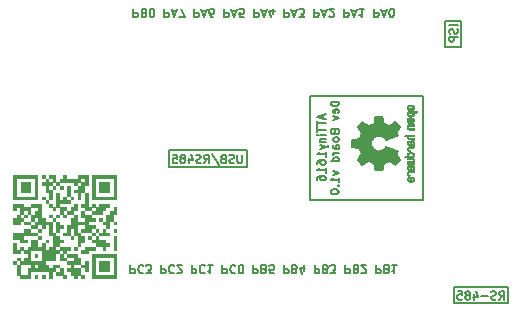
<source format=gbr>
%TF.GenerationSoftware,KiCad,Pcbnew,(6.0.9)*%
%TF.CreationDate,2023-05-25T18:46:17+02:00*%
%TF.ProjectId,tiny1616_dev_board,74696e79-3136-4313-965f-6465765f626f,rev?*%
%TF.SameCoordinates,Original*%
%TF.FileFunction,Legend,Bot*%
%TF.FilePolarity,Positive*%
%FSLAX46Y46*%
G04 Gerber Fmt 4.6, Leading zero omitted, Abs format (unit mm)*
G04 Created by KiCad (PCBNEW (6.0.9)) date 2023-05-25 18:46:17*
%MOMM*%
%LPD*%
G01*
G04 APERTURE LIST*
%ADD10C,0.150000*%
%ADD11C,0.010000*%
G04 APERTURE END LIST*
D10*
X124866400Y-41097200D02*
X126238000Y-41097200D01*
X126238000Y-41097200D02*
X126238000Y-43281600D01*
X126238000Y-43281600D02*
X124866400Y-43281600D01*
X124866400Y-43281600D02*
X124866400Y-41097200D01*
X125577600Y-63652400D02*
X130149600Y-63652400D01*
X130149600Y-63652400D02*
X130149600Y-64973200D01*
X130149600Y-64973200D02*
X125577600Y-64973200D01*
X125577600Y-64973200D02*
X125577600Y-63652400D01*
X113461800Y-47447200D02*
X122961400Y-47447200D01*
X122961400Y-47447200D02*
X122961400Y-56235600D01*
X122961400Y-56235600D02*
X113461800Y-56235600D01*
X113461800Y-56235600D02*
X113461800Y-47447200D01*
X101498400Y-52070000D02*
X108051600Y-52070000D01*
X108051600Y-52070000D02*
X108051600Y-53492400D01*
X108051600Y-53492400D02*
X101498400Y-53492400D01*
X101498400Y-53492400D02*
X101498400Y-52070000D01*
X107682933Y-52448666D02*
X107682933Y-53015333D01*
X107649600Y-53082000D01*
X107616266Y-53115333D01*
X107549600Y-53148666D01*
X107416266Y-53148666D01*
X107349600Y-53115333D01*
X107316266Y-53082000D01*
X107282933Y-53015333D01*
X107282933Y-52448666D01*
X106982933Y-53115333D02*
X106882933Y-53148666D01*
X106716266Y-53148666D01*
X106649600Y-53115333D01*
X106616266Y-53082000D01*
X106582933Y-53015333D01*
X106582933Y-52948666D01*
X106616266Y-52882000D01*
X106649600Y-52848666D01*
X106716266Y-52815333D01*
X106849600Y-52782000D01*
X106916266Y-52748666D01*
X106949600Y-52715333D01*
X106982933Y-52648666D01*
X106982933Y-52582000D01*
X106949600Y-52515333D01*
X106916266Y-52482000D01*
X106849600Y-52448666D01*
X106682933Y-52448666D01*
X106582933Y-52482000D01*
X106049600Y-52782000D02*
X105949600Y-52815333D01*
X105916266Y-52848666D01*
X105882933Y-52915333D01*
X105882933Y-53015333D01*
X105916266Y-53082000D01*
X105949600Y-53115333D01*
X106016266Y-53148666D01*
X106282933Y-53148666D01*
X106282933Y-52448666D01*
X106049600Y-52448666D01*
X105982933Y-52482000D01*
X105949600Y-52515333D01*
X105916266Y-52582000D01*
X105916266Y-52648666D01*
X105949600Y-52715333D01*
X105982933Y-52748666D01*
X106049600Y-52782000D01*
X106282933Y-52782000D01*
X105082933Y-52415333D02*
X105682933Y-53315333D01*
X104449600Y-53148666D02*
X104682933Y-52815333D01*
X104849600Y-53148666D02*
X104849600Y-52448666D01*
X104582933Y-52448666D01*
X104516266Y-52482000D01*
X104482933Y-52515333D01*
X104449600Y-52582000D01*
X104449600Y-52682000D01*
X104482933Y-52748666D01*
X104516266Y-52782000D01*
X104582933Y-52815333D01*
X104849600Y-52815333D01*
X104182933Y-53115333D02*
X104082933Y-53148666D01*
X103916266Y-53148666D01*
X103849600Y-53115333D01*
X103816266Y-53082000D01*
X103782933Y-53015333D01*
X103782933Y-52948666D01*
X103816266Y-52882000D01*
X103849600Y-52848666D01*
X103916266Y-52815333D01*
X104049600Y-52782000D01*
X104116266Y-52748666D01*
X104149600Y-52715333D01*
X104182933Y-52648666D01*
X104182933Y-52582000D01*
X104149600Y-52515333D01*
X104116266Y-52482000D01*
X104049600Y-52448666D01*
X103882933Y-52448666D01*
X103782933Y-52482000D01*
X103182933Y-52682000D02*
X103182933Y-53148666D01*
X103349600Y-52415333D02*
X103516266Y-52915333D01*
X103082933Y-52915333D01*
X102716266Y-52748666D02*
X102782933Y-52715333D01*
X102816266Y-52682000D01*
X102849600Y-52615333D01*
X102849600Y-52582000D01*
X102816266Y-52515333D01*
X102782933Y-52482000D01*
X102716266Y-52448666D01*
X102582933Y-52448666D01*
X102516266Y-52482000D01*
X102482933Y-52515333D01*
X102449600Y-52582000D01*
X102449600Y-52615333D01*
X102482933Y-52682000D01*
X102516266Y-52715333D01*
X102582933Y-52748666D01*
X102716266Y-52748666D01*
X102782933Y-52782000D01*
X102816266Y-52815333D01*
X102849600Y-52882000D01*
X102849600Y-53015333D01*
X102816266Y-53082000D01*
X102782933Y-53115333D01*
X102716266Y-53148666D01*
X102582933Y-53148666D01*
X102516266Y-53115333D01*
X102482933Y-53082000D01*
X102449600Y-53015333D01*
X102449600Y-52882000D01*
X102482933Y-52815333D01*
X102516266Y-52782000D01*
X102582933Y-52748666D01*
X101816266Y-52448666D02*
X102149600Y-52448666D01*
X102182933Y-52782000D01*
X102149600Y-52748666D01*
X102082933Y-52715333D01*
X101916266Y-52715333D01*
X101849600Y-52748666D01*
X101816266Y-52782000D01*
X101782933Y-52848666D01*
X101782933Y-53015333D01*
X101816266Y-53082000D01*
X101849600Y-53115333D01*
X101916266Y-53148666D01*
X102082933Y-53148666D01*
X102149600Y-53115333D01*
X102182933Y-53082000D01*
X125919666Y-41480666D02*
X125219666Y-41480666D01*
X125886333Y-41780666D02*
X125919666Y-41880666D01*
X125919666Y-42047333D01*
X125886333Y-42114000D01*
X125853000Y-42147333D01*
X125786333Y-42180666D01*
X125719666Y-42180666D01*
X125653000Y-42147333D01*
X125619666Y-42114000D01*
X125586333Y-42047333D01*
X125553000Y-41914000D01*
X125519666Y-41847333D01*
X125486333Y-41814000D01*
X125419666Y-41780666D01*
X125353000Y-41780666D01*
X125286333Y-41814000D01*
X125253000Y-41847333D01*
X125219666Y-41914000D01*
X125219666Y-42080666D01*
X125253000Y-42180666D01*
X125919666Y-42480666D02*
X125219666Y-42480666D01*
X125219666Y-42747333D01*
X125253000Y-42814000D01*
X125286333Y-42847333D01*
X125353000Y-42880666D01*
X125453000Y-42880666D01*
X125519666Y-42847333D01*
X125553000Y-42814000D01*
X125586333Y-42747333D01*
X125586333Y-42480666D01*
X98207333Y-61786333D02*
X98207333Y-62486333D01*
X98474000Y-62486333D01*
X98540666Y-62453000D01*
X98574000Y-62419666D01*
X98607333Y-62353000D01*
X98607333Y-62253000D01*
X98574000Y-62186333D01*
X98540666Y-62153000D01*
X98474000Y-62119666D01*
X98207333Y-62119666D01*
X99307333Y-61853000D02*
X99274000Y-61819666D01*
X99174000Y-61786333D01*
X99107333Y-61786333D01*
X99007333Y-61819666D01*
X98940666Y-61886333D01*
X98907333Y-61953000D01*
X98874000Y-62086333D01*
X98874000Y-62186333D01*
X98907333Y-62319666D01*
X98940666Y-62386333D01*
X99007333Y-62453000D01*
X99107333Y-62486333D01*
X99174000Y-62486333D01*
X99274000Y-62453000D01*
X99307333Y-62419666D01*
X99540666Y-62486333D02*
X99974000Y-62486333D01*
X99740666Y-62219666D01*
X99840666Y-62219666D01*
X99907333Y-62186333D01*
X99940666Y-62153000D01*
X99974000Y-62086333D01*
X99974000Y-61919666D01*
X99940666Y-61853000D01*
X99907333Y-61819666D01*
X99840666Y-61786333D01*
X99640666Y-61786333D01*
X99574000Y-61819666D01*
X99540666Y-61853000D01*
X100807333Y-61786333D02*
X100807333Y-62486333D01*
X101074000Y-62486333D01*
X101140666Y-62453000D01*
X101174000Y-62419666D01*
X101207333Y-62353000D01*
X101207333Y-62253000D01*
X101174000Y-62186333D01*
X101140666Y-62153000D01*
X101074000Y-62119666D01*
X100807333Y-62119666D01*
X101907333Y-61853000D02*
X101874000Y-61819666D01*
X101774000Y-61786333D01*
X101707333Y-61786333D01*
X101607333Y-61819666D01*
X101540666Y-61886333D01*
X101507333Y-61953000D01*
X101474000Y-62086333D01*
X101474000Y-62186333D01*
X101507333Y-62319666D01*
X101540666Y-62386333D01*
X101607333Y-62453000D01*
X101707333Y-62486333D01*
X101774000Y-62486333D01*
X101874000Y-62453000D01*
X101907333Y-62419666D01*
X102174000Y-62419666D02*
X102207333Y-62453000D01*
X102274000Y-62486333D01*
X102440666Y-62486333D01*
X102507333Y-62453000D01*
X102540666Y-62419666D01*
X102574000Y-62353000D01*
X102574000Y-62286333D01*
X102540666Y-62186333D01*
X102140666Y-61786333D01*
X102574000Y-61786333D01*
X103407333Y-61786333D02*
X103407333Y-62486333D01*
X103674000Y-62486333D01*
X103740666Y-62453000D01*
X103774000Y-62419666D01*
X103807333Y-62353000D01*
X103807333Y-62253000D01*
X103774000Y-62186333D01*
X103740666Y-62153000D01*
X103674000Y-62119666D01*
X103407333Y-62119666D01*
X104507333Y-61853000D02*
X104474000Y-61819666D01*
X104374000Y-61786333D01*
X104307333Y-61786333D01*
X104207333Y-61819666D01*
X104140666Y-61886333D01*
X104107333Y-61953000D01*
X104074000Y-62086333D01*
X104074000Y-62186333D01*
X104107333Y-62319666D01*
X104140666Y-62386333D01*
X104207333Y-62453000D01*
X104307333Y-62486333D01*
X104374000Y-62486333D01*
X104474000Y-62453000D01*
X104507333Y-62419666D01*
X105174000Y-61786333D02*
X104774000Y-61786333D01*
X104974000Y-61786333D02*
X104974000Y-62486333D01*
X104907333Y-62386333D01*
X104840666Y-62319666D01*
X104774000Y-62286333D01*
X106007333Y-61786333D02*
X106007333Y-62486333D01*
X106274000Y-62486333D01*
X106340666Y-62453000D01*
X106374000Y-62419666D01*
X106407333Y-62353000D01*
X106407333Y-62253000D01*
X106374000Y-62186333D01*
X106340666Y-62153000D01*
X106274000Y-62119666D01*
X106007333Y-62119666D01*
X107107333Y-61853000D02*
X107074000Y-61819666D01*
X106974000Y-61786333D01*
X106907333Y-61786333D01*
X106807333Y-61819666D01*
X106740666Y-61886333D01*
X106707333Y-61953000D01*
X106674000Y-62086333D01*
X106674000Y-62186333D01*
X106707333Y-62319666D01*
X106740666Y-62386333D01*
X106807333Y-62453000D01*
X106907333Y-62486333D01*
X106974000Y-62486333D01*
X107074000Y-62453000D01*
X107107333Y-62419666D01*
X107540666Y-62486333D02*
X107607333Y-62486333D01*
X107674000Y-62453000D01*
X107707333Y-62419666D01*
X107740666Y-62353000D01*
X107774000Y-62219666D01*
X107774000Y-62053000D01*
X107740666Y-61919666D01*
X107707333Y-61853000D01*
X107674000Y-61819666D01*
X107607333Y-61786333D01*
X107540666Y-61786333D01*
X107474000Y-61819666D01*
X107440666Y-61853000D01*
X107407333Y-61919666D01*
X107374000Y-62053000D01*
X107374000Y-62219666D01*
X107407333Y-62353000D01*
X107440666Y-62419666D01*
X107474000Y-62453000D01*
X107540666Y-62486333D01*
X108607333Y-61786333D02*
X108607333Y-62486333D01*
X108874000Y-62486333D01*
X108940666Y-62453000D01*
X108974000Y-62419666D01*
X109007333Y-62353000D01*
X109007333Y-62253000D01*
X108974000Y-62186333D01*
X108940666Y-62153000D01*
X108874000Y-62119666D01*
X108607333Y-62119666D01*
X109540666Y-62153000D02*
X109640666Y-62119666D01*
X109674000Y-62086333D01*
X109707333Y-62019666D01*
X109707333Y-61919666D01*
X109674000Y-61853000D01*
X109640666Y-61819666D01*
X109574000Y-61786333D01*
X109307333Y-61786333D01*
X109307333Y-62486333D01*
X109540666Y-62486333D01*
X109607333Y-62453000D01*
X109640666Y-62419666D01*
X109674000Y-62353000D01*
X109674000Y-62286333D01*
X109640666Y-62219666D01*
X109607333Y-62186333D01*
X109540666Y-62153000D01*
X109307333Y-62153000D01*
X110340666Y-62486333D02*
X110007333Y-62486333D01*
X109974000Y-62153000D01*
X110007333Y-62186333D01*
X110074000Y-62219666D01*
X110240666Y-62219666D01*
X110307333Y-62186333D01*
X110340666Y-62153000D01*
X110374000Y-62086333D01*
X110374000Y-61919666D01*
X110340666Y-61853000D01*
X110307333Y-61819666D01*
X110240666Y-61786333D01*
X110074000Y-61786333D01*
X110007333Y-61819666D01*
X109974000Y-61853000D01*
X111207333Y-61786333D02*
X111207333Y-62486333D01*
X111474000Y-62486333D01*
X111540666Y-62453000D01*
X111574000Y-62419666D01*
X111607333Y-62353000D01*
X111607333Y-62253000D01*
X111574000Y-62186333D01*
X111540666Y-62153000D01*
X111474000Y-62119666D01*
X111207333Y-62119666D01*
X112140666Y-62153000D02*
X112240666Y-62119666D01*
X112274000Y-62086333D01*
X112307333Y-62019666D01*
X112307333Y-61919666D01*
X112274000Y-61853000D01*
X112240666Y-61819666D01*
X112174000Y-61786333D01*
X111907333Y-61786333D01*
X111907333Y-62486333D01*
X112140666Y-62486333D01*
X112207333Y-62453000D01*
X112240666Y-62419666D01*
X112274000Y-62353000D01*
X112274000Y-62286333D01*
X112240666Y-62219666D01*
X112207333Y-62186333D01*
X112140666Y-62153000D01*
X111907333Y-62153000D01*
X112907333Y-62253000D02*
X112907333Y-61786333D01*
X112740666Y-62519666D02*
X112574000Y-62019666D01*
X113007333Y-62019666D01*
X113807333Y-61786333D02*
X113807333Y-62486333D01*
X114074000Y-62486333D01*
X114140666Y-62453000D01*
X114174000Y-62419666D01*
X114207333Y-62353000D01*
X114207333Y-62253000D01*
X114174000Y-62186333D01*
X114140666Y-62153000D01*
X114074000Y-62119666D01*
X113807333Y-62119666D01*
X114740666Y-62153000D02*
X114840666Y-62119666D01*
X114874000Y-62086333D01*
X114907333Y-62019666D01*
X114907333Y-61919666D01*
X114874000Y-61853000D01*
X114840666Y-61819666D01*
X114774000Y-61786333D01*
X114507333Y-61786333D01*
X114507333Y-62486333D01*
X114740666Y-62486333D01*
X114807333Y-62453000D01*
X114840666Y-62419666D01*
X114874000Y-62353000D01*
X114874000Y-62286333D01*
X114840666Y-62219666D01*
X114807333Y-62186333D01*
X114740666Y-62153000D01*
X114507333Y-62153000D01*
X115140666Y-62486333D02*
X115574000Y-62486333D01*
X115340666Y-62219666D01*
X115440666Y-62219666D01*
X115507333Y-62186333D01*
X115540666Y-62153000D01*
X115574000Y-62086333D01*
X115574000Y-61919666D01*
X115540666Y-61853000D01*
X115507333Y-61819666D01*
X115440666Y-61786333D01*
X115240666Y-61786333D01*
X115174000Y-61819666D01*
X115140666Y-61853000D01*
X116407333Y-61786333D02*
X116407333Y-62486333D01*
X116674000Y-62486333D01*
X116740666Y-62453000D01*
X116774000Y-62419666D01*
X116807333Y-62353000D01*
X116807333Y-62253000D01*
X116774000Y-62186333D01*
X116740666Y-62153000D01*
X116674000Y-62119666D01*
X116407333Y-62119666D01*
X117340666Y-62153000D02*
X117440666Y-62119666D01*
X117474000Y-62086333D01*
X117507333Y-62019666D01*
X117507333Y-61919666D01*
X117474000Y-61853000D01*
X117440666Y-61819666D01*
X117374000Y-61786333D01*
X117107333Y-61786333D01*
X117107333Y-62486333D01*
X117340666Y-62486333D01*
X117407333Y-62453000D01*
X117440666Y-62419666D01*
X117474000Y-62353000D01*
X117474000Y-62286333D01*
X117440666Y-62219666D01*
X117407333Y-62186333D01*
X117340666Y-62153000D01*
X117107333Y-62153000D01*
X117774000Y-62419666D02*
X117807333Y-62453000D01*
X117874000Y-62486333D01*
X118040666Y-62486333D01*
X118107333Y-62453000D01*
X118140666Y-62419666D01*
X118174000Y-62353000D01*
X118174000Y-62286333D01*
X118140666Y-62186333D01*
X117740666Y-61786333D01*
X118174000Y-61786333D01*
X119007333Y-61786333D02*
X119007333Y-62486333D01*
X119274000Y-62486333D01*
X119340666Y-62453000D01*
X119374000Y-62419666D01*
X119407333Y-62353000D01*
X119407333Y-62253000D01*
X119374000Y-62186333D01*
X119340666Y-62153000D01*
X119274000Y-62119666D01*
X119007333Y-62119666D01*
X119940666Y-62153000D02*
X120040666Y-62119666D01*
X120074000Y-62086333D01*
X120107333Y-62019666D01*
X120107333Y-61919666D01*
X120074000Y-61853000D01*
X120040666Y-61819666D01*
X119974000Y-61786333D01*
X119707333Y-61786333D01*
X119707333Y-62486333D01*
X119940666Y-62486333D01*
X120007333Y-62453000D01*
X120040666Y-62419666D01*
X120074000Y-62353000D01*
X120074000Y-62286333D01*
X120040666Y-62219666D01*
X120007333Y-62186333D01*
X119940666Y-62153000D01*
X119707333Y-62153000D01*
X120774000Y-61786333D02*
X120374000Y-61786333D01*
X120574000Y-61786333D02*
X120574000Y-62486333D01*
X120507333Y-62386333D01*
X120440666Y-62319666D01*
X120374000Y-62286333D01*
X114538966Y-49058066D02*
X114538966Y-49391400D01*
X114738966Y-48991400D02*
X114038966Y-49224733D01*
X114738966Y-49458066D01*
X114038966Y-49591400D02*
X114038966Y-49991400D01*
X114738966Y-49791400D02*
X114038966Y-49791400D01*
X114038966Y-50124733D02*
X114038966Y-50524733D01*
X114738966Y-50324733D02*
X114038966Y-50324733D01*
X114738966Y-50758066D02*
X114272300Y-50758066D01*
X114038966Y-50758066D02*
X114072300Y-50724733D01*
X114105633Y-50758066D01*
X114072300Y-50791400D01*
X114038966Y-50758066D01*
X114105633Y-50758066D01*
X114272300Y-51091400D02*
X114738966Y-51091400D01*
X114338966Y-51091400D02*
X114305633Y-51124733D01*
X114272300Y-51191400D01*
X114272300Y-51291400D01*
X114305633Y-51358066D01*
X114372300Y-51391400D01*
X114738966Y-51391400D01*
X114272300Y-51658066D02*
X114738966Y-51824733D01*
X114272300Y-51991400D02*
X114738966Y-51824733D01*
X114905633Y-51758066D01*
X114938966Y-51724733D01*
X114972300Y-51658066D01*
X114738966Y-52624733D02*
X114738966Y-52224733D01*
X114738966Y-52424733D02*
X114038966Y-52424733D01*
X114138966Y-52358066D01*
X114205633Y-52291400D01*
X114238966Y-52224733D01*
X114038966Y-53224733D02*
X114038966Y-53091400D01*
X114072300Y-53024733D01*
X114105633Y-52991400D01*
X114205633Y-52924733D01*
X114338966Y-52891400D01*
X114605633Y-52891400D01*
X114672300Y-52924733D01*
X114705633Y-52958066D01*
X114738966Y-53024733D01*
X114738966Y-53158066D01*
X114705633Y-53224733D01*
X114672300Y-53258066D01*
X114605633Y-53291400D01*
X114438966Y-53291400D01*
X114372300Y-53258066D01*
X114338966Y-53224733D01*
X114305633Y-53158066D01*
X114305633Y-53024733D01*
X114338966Y-52958066D01*
X114372300Y-52924733D01*
X114438966Y-52891400D01*
X114738966Y-53958066D02*
X114738966Y-53558066D01*
X114738966Y-53758066D02*
X114038966Y-53758066D01*
X114138966Y-53691400D01*
X114205633Y-53624733D01*
X114238966Y-53558066D01*
X114038966Y-54558066D02*
X114038966Y-54424733D01*
X114072300Y-54358066D01*
X114105633Y-54324733D01*
X114205633Y-54258066D01*
X114338966Y-54224733D01*
X114605633Y-54224733D01*
X114672300Y-54258066D01*
X114705633Y-54291400D01*
X114738966Y-54358066D01*
X114738966Y-54491400D01*
X114705633Y-54558066D01*
X114672300Y-54591400D01*
X114605633Y-54624733D01*
X114438966Y-54624733D01*
X114372300Y-54591400D01*
X114338966Y-54558066D01*
X114305633Y-54491400D01*
X114305633Y-54358066D01*
X114338966Y-54291400D01*
X114372300Y-54258066D01*
X114438966Y-54224733D01*
X115865966Y-47941400D02*
X115165966Y-47941400D01*
X115165966Y-48108066D01*
X115199300Y-48208066D01*
X115265966Y-48274733D01*
X115332633Y-48308066D01*
X115465966Y-48341400D01*
X115565966Y-48341400D01*
X115699300Y-48308066D01*
X115765966Y-48274733D01*
X115832633Y-48208066D01*
X115865966Y-48108066D01*
X115865966Y-47941400D01*
X115832633Y-48908066D02*
X115865966Y-48841400D01*
X115865966Y-48708066D01*
X115832633Y-48641400D01*
X115765966Y-48608066D01*
X115499300Y-48608066D01*
X115432633Y-48641400D01*
X115399300Y-48708066D01*
X115399300Y-48841400D01*
X115432633Y-48908066D01*
X115499300Y-48941400D01*
X115565966Y-48941400D01*
X115632633Y-48608066D01*
X115399300Y-49174733D02*
X115865966Y-49341400D01*
X115399300Y-49508066D01*
X115499300Y-50541400D02*
X115532633Y-50641400D01*
X115565966Y-50674733D01*
X115632633Y-50708066D01*
X115732633Y-50708066D01*
X115799300Y-50674733D01*
X115832633Y-50641400D01*
X115865966Y-50574733D01*
X115865966Y-50308066D01*
X115165966Y-50308066D01*
X115165966Y-50541400D01*
X115199300Y-50608066D01*
X115232633Y-50641400D01*
X115299300Y-50674733D01*
X115365966Y-50674733D01*
X115432633Y-50641400D01*
X115465966Y-50608066D01*
X115499300Y-50541400D01*
X115499300Y-50308066D01*
X115865966Y-51108066D02*
X115832633Y-51041400D01*
X115799300Y-51008066D01*
X115732633Y-50974733D01*
X115532633Y-50974733D01*
X115465966Y-51008066D01*
X115432633Y-51041400D01*
X115399300Y-51108066D01*
X115399300Y-51208066D01*
X115432633Y-51274733D01*
X115465966Y-51308066D01*
X115532633Y-51341400D01*
X115732633Y-51341400D01*
X115799300Y-51308066D01*
X115832633Y-51274733D01*
X115865966Y-51208066D01*
X115865966Y-51108066D01*
X115865966Y-51941400D02*
X115499300Y-51941400D01*
X115432633Y-51908066D01*
X115399300Y-51841400D01*
X115399300Y-51708066D01*
X115432633Y-51641400D01*
X115832633Y-51941400D02*
X115865966Y-51874733D01*
X115865966Y-51708066D01*
X115832633Y-51641400D01*
X115765966Y-51608066D01*
X115699300Y-51608066D01*
X115632633Y-51641400D01*
X115599300Y-51708066D01*
X115599300Y-51874733D01*
X115565966Y-51941400D01*
X115865966Y-52274733D02*
X115399300Y-52274733D01*
X115532633Y-52274733D02*
X115465966Y-52308066D01*
X115432633Y-52341400D01*
X115399300Y-52408066D01*
X115399300Y-52474733D01*
X115865966Y-53008066D02*
X115165966Y-53008066D01*
X115832633Y-53008066D02*
X115865966Y-52941400D01*
X115865966Y-52808066D01*
X115832633Y-52741400D01*
X115799300Y-52708066D01*
X115732633Y-52674733D01*
X115532633Y-52674733D01*
X115465966Y-52708066D01*
X115432633Y-52741400D01*
X115399300Y-52808066D01*
X115399300Y-52941400D01*
X115432633Y-53008066D01*
X115399300Y-53808066D02*
X115865966Y-53974733D01*
X115399300Y-54141400D01*
X115865966Y-54774733D02*
X115865966Y-54374733D01*
X115865966Y-54574733D02*
X115165966Y-54574733D01*
X115265966Y-54508066D01*
X115332633Y-54441400D01*
X115365966Y-54374733D01*
X115799300Y-55074733D02*
X115832633Y-55108066D01*
X115865966Y-55074733D01*
X115832633Y-55041400D01*
X115799300Y-55074733D01*
X115865966Y-55074733D01*
X115165966Y-55541400D02*
X115165966Y-55608066D01*
X115199300Y-55674733D01*
X115232633Y-55708066D01*
X115299300Y-55741400D01*
X115432633Y-55774733D01*
X115599300Y-55774733D01*
X115732633Y-55741400D01*
X115799300Y-55708066D01*
X115832633Y-55674733D01*
X115865966Y-55608066D01*
X115865966Y-55541400D01*
X115832633Y-55474733D01*
X115799300Y-55441400D01*
X115732633Y-55408066D01*
X115599300Y-55374733D01*
X115432633Y-55374733D01*
X115299300Y-55408066D01*
X115232633Y-55441400D01*
X115199300Y-55474733D01*
X115165966Y-55541400D01*
X98452095Y-40064809D02*
X98452095Y-40774809D01*
X98722571Y-40774809D01*
X98790190Y-40741000D01*
X98824000Y-40707190D01*
X98857809Y-40639571D01*
X98857809Y-40538142D01*
X98824000Y-40470523D01*
X98790190Y-40436714D01*
X98722571Y-40402904D01*
X98452095Y-40402904D01*
X99398761Y-40436714D02*
X99500190Y-40402904D01*
X99534000Y-40369095D01*
X99567809Y-40301476D01*
X99567809Y-40200047D01*
X99534000Y-40132428D01*
X99500190Y-40098619D01*
X99432571Y-40064809D01*
X99162095Y-40064809D01*
X99162095Y-40774809D01*
X99398761Y-40774809D01*
X99466380Y-40741000D01*
X99500190Y-40707190D01*
X99534000Y-40639571D01*
X99534000Y-40571952D01*
X99500190Y-40504333D01*
X99466380Y-40470523D01*
X99398761Y-40436714D01*
X99162095Y-40436714D01*
X100007333Y-40774809D02*
X100074952Y-40774809D01*
X100142571Y-40741000D01*
X100176380Y-40707190D01*
X100210190Y-40639571D01*
X100244000Y-40504333D01*
X100244000Y-40335285D01*
X100210190Y-40200047D01*
X100176380Y-40132428D01*
X100142571Y-40098619D01*
X100074952Y-40064809D01*
X100007333Y-40064809D01*
X99939714Y-40098619D01*
X99905904Y-40132428D01*
X99872095Y-40200047D01*
X99838285Y-40335285D01*
X99838285Y-40504333D01*
X99872095Y-40639571D01*
X99905904Y-40707190D01*
X99939714Y-40741000D01*
X100007333Y-40774809D01*
X101089238Y-40064809D02*
X101089238Y-40774809D01*
X101359714Y-40774809D01*
X101427333Y-40741000D01*
X101461142Y-40707190D01*
X101494952Y-40639571D01*
X101494952Y-40538142D01*
X101461142Y-40470523D01*
X101427333Y-40436714D01*
X101359714Y-40402904D01*
X101089238Y-40402904D01*
X101765428Y-40267666D02*
X102103523Y-40267666D01*
X101697809Y-40064809D02*
X101934476Y-40774809D01*
X102171142Y-40064809D01*
X102340190Y-40774809D02*
X102813523Y-40774809D01*
X102509238Y-40064809D01*
X103624952Y-40064809D02*
X103624952Y-40774809D01*
X103895428Y-40774809D01*
X103963047Y-40741000D01*
X103996857Y-40707190D01*
X104030666Y-40639571D01*
X104030666Y-40538142D01*
X103996857Y-40470523D01*
X103963047Y-40436714D01*
X103895428Y-40402904D01*
X103624952Y-40402904D01*
X104301142Y-40267666D02*
X104639238Y-40267666D01*
X104233523Y-40064809D02*
X104470190Y-40774809D01*
X104706857Y-40064809D01*
X105247809Y-40774809D02*
X105112571Y-40774809D01*
X105044952Y-40741000D01*
X105011142Y-40707190D01*
X104943523Y-40605761D01*
X104909714Y-40470523D01*
X104909714Y-40200047D01*
X104943523Y-40132428D01*
X104977333Y-40098619D01*
X105044952Y-40064809D01*
X105180190Y-40064809D01*
X105247809Y-40098619D01*
X105281619Y-40132428D01*
X105315428Y-40200047D01*
X105315428Y-40369095D01*
X105281619Y-40436714D01*
X105247809Y-40470523D01*
X105180190Y-40504333D01*
X105044952Y-40504333D01*
X104977333Y-40470523D01*
X104943523Y-40436714D01*
X104909714Y-40369095D01*
X106160666Y-40064809D02*
X106160666Y-40774809D01*
X106431142Y-40774809D01*
X106498761Y-40741000D01*
X106532571Y-40707190D01*
X106566380Y-40639571D01*
X106566380Y-40538142D01*
X106532571Y-40470523D01*
X106498761Y-40436714D01*
X106431142Y-40402904D01*
X106160666Y-40402904D01*
X106836857Y-40267666D02*
X107174952Y-40267666D01*
X106769238Y-40064809D02*
X107005904Y-40774809D01*
X107242571Y-40064809D01*
X107817333Y-40774809D02*
X107479238Y-40774809D01*
X107445428Y-40436714D01*
X107479238Y-40470523D01*
X107546857Y-40504333D01*
X107715904Y-40504333D01*
X107783523Y-40470523D01*
X107817333Y-40436714D01*
X107851142Y-40369095D01*
X107851142Y-40200047D01*
X107817333Y-40132428D01*
X107783523Y-40098619D01*
X107715904Y-40064809D01*
X107546857Y-40064809D01*
X107479238Y-40098619D01*
X107445428Y-40132428D01*
X108696380Y-40064809D02*
X108696380Y-40774809D01*
X108966857Y-40774809D01*
X109034476Y-40741000D01*
X109068285Y-40707190D01*
X109102095Y-40639571D01*
X109102095Y-40538142D01*
X109068285Y-40470523D01*
X109034476Y-40436714D01*
X108966857Y-40402904D01*
X108696380Y-40402904D01*
X109372571Y-40267666D02*
X109710666Y-40267666D01*
X109304952Y-40064809D02*
X109541619Y-40774809D01*
X109778285Y-40064809D01*
X110319238Y-40538142D02*
X110319238Y-40064809D01*
X110150190Y-40808619D02*
X109981142Y-40301476D01*
X110420666Y-40301476D01*
X111232095Y-40064809D02*
X111232095Y-40774809D01*
X111502571Y-40774809D01*
X111570190Y-40741000D01*
X111604000Y-40707190D01*
X111637809Y-40639571D01*
X111637809Y-40538142D01*
X111604000Y-40470523D01*
X111570190Y-40436714D01*
X111502571Y-40402904D01*
X111232095Y-40402904D01*
X111908285Y-40267666D02*
X112246380Y-40267666D01*
X111840666Y-40064809D02*
X112077333Y-40774809D01*
X112314000Y-40064809D01*
X112483047Y-40774809D02*
X112922571Y-40774809D01*
X112685904Y-40504333D01*
X112787333Y-40504333D01*
X112854952Y-40470523D01*
X112888761Y-40436714D01*
X112922571Y-40369095D01*
X112922571Y-40200047D01*
X112888761Y-40132428D01*
X112854952Y-40098619D01*
X112787333Y-40064809D01*
X112584476Y-40064809D01*
X112516857Y-40098619D01*
X112483047Y-40132428D01*
X113767809Y-40064809D02*
X113767809Y-40774809D01*
X114038285Y-40774809D01*
X114105904Y-40741000D01*
X114139714Y-40707190D01*
X114173523Y-40639571D01*
X114173523Y-40538142D01*
X114139714Y-40470523D01*
X114105904Y-40436714D01*
X114038285Y-40402904D01*
X113767809Y-40402904D01*
X114444000Y-40267666D02*
X114782095Y-40267666D01*
X114376380Y-40064809D02*
X114613047Y-40774809D01*
X114849714Y-40064809D01*
X115052571Y-40707190D02*
X115086380Y-40741000D01*
X115154000Y-40774809D01*
X115323047Y-40774809D01*
X115390666Y-40741000D01*
X115424476Y-40707190D01*
X115458285Y-40639571D01*
X115458285Y-40571952D01*
X115424476Y-40470523D01*
X115018761Y-40064809D01*
X115458285Y-40064809D01*
X116303523Y-40064809D02*
X116303523Y-40774809D01*
X116574000Y-40774809D01*
X116641619Y-40741000D01*
X116675428Y-40707190D01*
X116709238Y-40639571D01*
X116709238Y-40538142D01*
X116675428Y-40470523D01*
X116641619Y-40436714D01*
X116574000Y-40402904D01*
X116303523Y-40402904D01*
X116979714Y-40267666D02*
X117317809Y-40267666D01*
X116912095Y-40064809D02*
X117148761Y-40774809D01*
X117385428Y-40064809D01*
X117994000Y-40064809D02*
X117588285Y-40064809D01*
X117791142Y-40064809D02*
X117791142Y-40774809D01*
X117723523Y-40673380D01*
X117655904Y-40605761D01*
X117588285Y-40571952D01*
X118839238Y-40064809D02*
X118839238Y-40774809D01*
X119109714Y-40774809D01*
X119177333Y-40741000D01*
X119211142Y-40707190D01*
X119244952Y-40639571D01*
X119244952Y-40538142D01*
X119211142Y-40470523D01*
X119177333Y-40436714D01*
X119109714Y-40402904D01*
X118839238Y-40402904D01*
X119515428Y-40267666D02*
X119853523Y-40267666D01*
X119447809Y-40064809D02*
X119684476Y-40774809D01*
X119921142Y-40064809D01*
X120293047Y-40774809D02*
X120360666Y-40774809D01*
X120428285Y-40741000D01*
X120462095Y-40707190D01*
X120495904Y-40639571D01*
X120529714Y-40504333D01*
X120529714Y-40335285D01*
X120495904Y-40200047D01*
X120462095Y-40132428D01*
X120428285Y-40098619D01*
X120360666Y-40064809D01*
X120293047Y-40064809D01*
X120225428Y-40098619D01*
X120191619Y-40132428D01*
X120157809Y-40200047D01*
X120124000Y-40335285D01*
X120124000Y-40504333D01*
X120157809Y-40639571D01*
X120191619Y-40707190D01*
X120225428Y-40741000D01*
X120293047Y-40774809D01*
X129439000Y-64705666D02*
X129672333Y-64372333D01*
X129839000Y-64705666D02*
X129839000Y-64005666D01*
X129572333Y-64005666D01*
X129505666Y-64039000D01*
X129472333Y-64072333D01*
X129439000Y-64139000D01*
X129439000Y-64239000D01*
X129472333Y-64305666D01*
X129505666Y-64339000D01*
X129572333Y-64372333D01*
X129839000Y-64372333D01*
X129172333Y-64672333D02*
X129072333Y-64705666D01*
X128905666Y-64705666D01*
X128839000Y-64672333D01*
X128805666Y-64639000D01*
X128772333Y-64572333D01*
X128772333Y-64505666D01*
X128805666Y-64439000D01*
X128839000Y-64405666D01*
X128905666Y-64372333D01*
X129039000Y-64339000D01*
X129105666Y-64305666D01*
X129139000Y-64272333D01*
X129172333Y-64205666D01*
X129172333Y-64139000D01*
X129139000Y-64072333D01*
X129105666Y-64039000D01*
X129039000Y-64005666D01*
X128872333Y-64005666D01*
X128772333Y-64039000D01*
X128472333Y-64439000D02*
X127939000Y-64439000D01*
X127305666Y-64239000D02*
X127305666Y-64705666D01*
X127472333Y-63972333D02*
X127639000Y-64472333D01*
X127205666Y-64472333D01*
X126839000Y-64305666D02*
X126905666Y-64272333D01*
X126939000Y-64239000D01*
X126972333Y-64172333D01*
X126972333Y-64139000D01*
X126939000Y-64072333D01*
X126905666Y-64039000D01*
X126839000Y-64005666D01*
X126705666Y-64005666D01*
X126639000Y-64039000D01*
X126605666Y-64072333D01*
X126572333Y-64139000D01*
X126572333Y-64172333D01*
X126605666Y-64239000D01*
X126639000Y-64272333D01*
X126705666Y-64305666D01*
X126839000Y-64305666D01*
X126905666Y-64339000D01*
X126939000Y-64372333D01*
X126972333Y-64439000D01*
X126972333Y-64572333D01*
X126939000Y-64639000D01*
X126905666Y-64672333D01*
X126839000Y-64705666D01*
X126705666Y-64705666D01*
X126639000Y-64672333D01*
X126605666Y-64639000D01*
X126572333Y-64572333D01*
X126572333Y-64439000D01*
X126605666Y-64372333D01*
X126639000Y-64339000D01*
X126705666Y-64305666D01*
X125939000Y-64005666D02*
X126272333Y-64005666D01*
X126305666Y-64339000D01*
X126272333Y-64305666D01*
X126205666Y-64272333D01*
X126039000Y-64272333D01*
X125972333Y-64305666D01*
X125939000Y-64339000D01*
X125905666Y-64405666D01*
X125905666Y-64572333D01*
X125939000Y-64639000D01*
X125972333Y-64672333D01*
X126039000Y-64705666D01*
X126205666Y-64705666D01*
X126272333Y-64672333D01*
X126305666Y-64639000D01*
%TO.C,G\u002A\u002A\u002A*%
G36*
X95887444Y-57223209D02*
G01*
X95887444Y-57526288D01*
X94978206Y-57526288D01*
X94978206Y-57819591D01*
X95281285Y-57819591D01*
X95281285Y-58132447D01*
X94675127Y-58132447D01*
X94675127Y-58425749D01*
X95281285Y-58425749D01*
X95281285Y-58728828D01*
X95584364Y-58728828D01*
X95584364Y-59031908D01*
X95877667Y-59031908D01*
X95877667Y-58728828D01*
X96180746Y-58728828D01*
X96180746Y-58435526D01*
X95877667Y-58435526D01*
X95877667Y-58132447D01*
X95574588Y-58132447D01*
X95574588Y-57819591D01*
X95887444Y-57819591D01*
X95887444Y-58122670D01*
X96180746Y-58122670D01*
X96180746Y-57516511D01*
X96483826Y-57516511D01*
X96483826Y-57213432D01*
X96786905Y-57213432D01*
X96786905Y-56910353D01*
X97099761Y-56910353D01*
X97099761Y-57526288D01*
X96796682Y-57526288D01*
X96796682Y-58122670D01*
X97099761Y-58122670D01*
X97099761Y-58435526D01*
X96786905Y-58435526D01*
X96786905Y-58132447D01*
X96493602Y-58132447D01*
X96493602Y-58738605D01*
X96190523Y-58738605D01*
X96190523Y-59031908D01*
X96493602Y-59031908D01*
X96493602Y-59344764D01*
X95584364Y-59344764D01*
X95584364Y-59638066D01*
X96190523Y-59638066D01*
X96190523Y-59941146D01*
X96493602Y-59941146D01*
X96493602Y-60254002D01*
X96190523Y-60254002D01*
X96190523Y-60557081D01*
X95877667Y-60557081D01*
X95877667Y-60254002D01*
X95281285Y-60254002D01*
X95281285Y-60557081D01*
X94675127Y-60557081D01*
X94675127Y-60860160D01*
X94059191Y-60860160D01*
X94059191Y-60547304D01*
X94362271Y-60547304D01*
X94362271Y-60244225D01*
X95271508Y-60244225D01*
X95271508Y-59950922D01*
X94968429Y-59950922D01*
X94968429Y-59647843D01*
X94665350Y-59647843D01*
X94665350Y-59638066D01*
X94978206Y-59638066D01*
X95271508Y-59638066D01*
X95271508Y-59344764D01*
X94978206Y-59344764D01*
X94978206Y-59638066D01*
X94665350Y-59638066D01*
X94665350Y-59334987D01*
X94968429Y-59334987D01*
X95281285Y-59334987D01*
X95574588Y-59334987D01*
X95574588Y-59041685D01*
X95281285Y-59041685D01*
X95281285Y-59334987D01*
X94968429Y-59334987D01*
X94968429Y-59041685D01*
X94068968Y-59041685D01*
X94068968Y-59334987D01*
X94372047Y-59334987D01*
X94372047Y-59950922D01*
X94068968Y-59950922D01*
X94068968Y-60254002D01*
X93765889Y-60254002D01*
X93765889Y-60557081D01*
X93453033Y-60557081D01*
X93453033Y-60244225D01*
X93756112Y-60244225D01*
X93756112Y-59344764D01*
X93462809Y-59344764D01*
X93462809Y-59647843D01*
X93149953Y-59647843D01*
X93149953Y-59344764D01*
X92543795Y-59344764D01*
X92543795Y-59334987D01*
X93159730Y-59334987D01*
X93453033Y-59334987D01*
X93453033Y-59031908D01*
X93765889Y-59031908D01*
X94059191Y-59031908D01*
X94978206Y-59031908D01*
X95271508Y-59031908D01*
X95271508Y-58738605D01*
X94978206Y-58738605D01*
X94978206Y-59031908D01*
X94059191Y-59031908D01*
X94059191Y-58728828D01*
X94362271Y-58728828D01*
X94362271Y-58435526D01*
X93765889Y-58435526D01*
X93765889Y-59031908D01*
X93453033Y-59031908D01*
X93453033Y-58738605D01*
X93159730Y-58738605D01*
X93159730Y-59334987D01*
X92543795Y-59334987D01*
X92543795Y-59031908D01*
X92846874Y-59031908D01*
X92846874Y-58425749D01*
X93149953Y-58425749D01*
X93149953Y-57819591D01*
X93453033Y-57819591D01*
X93453033Y-57526288D01*
X92856651Y-57526288D01*
X92856651Y-57829367D01*
X92543795Y-57829367D01*
X92543795Y-57526288D01*
X92250492Y-57526288D01*
X92250492Y-57829367D01*
X91947413Y-57829367D01*
X91947413Y-58122670D01*
X92250492Y-58122670D01*
X92250492Y-58425749D01*
X92553572Y-58425749D01*
X92553572Y-58738605D01*
X92250492Y-58738605D01*
X92250492Y-59041685D01*
X91947413Y-59041685D01*
X91947413Y-59334987D01*
X92250492Y-59334987D01*
X92250492Y-59638066D01*
X92553572Y-59638066D01*
X92553572Y-59950922D01*
X92250492Y-59950922D01*
X92250492Y-60244225D01*
X93159730Y-60244225D01*
X93159730Y-60557081D01*
X92856651Y-60557081D01*
X92856651Y-60850384D01*
X93765889Y-60850384D01*
X93765889Y-61153463D01*
X94068968Y-61153463D01*
X94068968Y-61759621D01*
X94362271Y-61759621D01*
X94362271Y-61456542D01*
X94675127Y-61456542D01*
X94675127Y-62375557D01*
X94362271Y-62375557D01*
X94362271Y-62072477D01*
X94068968Y-62072477D01*
X94068968Y-62668859D01*
X94372047Y-62668859D01*
X94372047Y-62981715D01*
X94059191Y-62981715D01*
X94059191Y-62678636D01*
X93765889Y-62678636D01*
X93765889Y-62981715D01*
X93453033Y-62981715D01*
X93453033Y-62678636D01*
X93149953Y-62678636D01*
X93149953Y-62375557D01*
X92846874Y-62375557D01*
X92846874Y-62062701D01*
X93149953Y-62062701D01*
X93462809Y-62062701D01*
X94059191Y-62062701D01*
X94059191Y-61769398D01*
X93462809Y-61769398D01*
X93462809Y-62062701D01*
X93149953Y-62062701D01*
X93149953Y-61769398D01*
X92846874Y-61769398D01*
X92846874Y-61466319D01*
X92240715Y-61466319D01*
X92240715Y-61456542D01*
X92856651Y-61456542D01*
X93453033Y-61456542D01*
X93453033Y-61163240D01*
X92856651Y-61163240D01*
X92856651Y-61456542D01*
X92240715Y-61456542D01*
X92240715Y-61153463D01*
X92553572Y-61153463D01*
X92846874Y-61153463D01*
X92846874Y-60860160D01*
X92553572Y-60860160D01*
X92553572Y-61153463D01*
X92240715Y-61153463D01*
X92240715Y-60860160D01*
X91947413Y-60860160D01*
X91947413Y-61466319D01*
X91038175Y-61466319D01*
X91038175Y-61759621D01*
X91341254Y-61759621D01*
X91341254Y-62062701D01*
X90422240Y-62062701D01*
X90422240Y-61769398D01*
X90128937Y-61769398D01*
X90128937Y-62062701D01*
X91634557Y-62062701D01*
X91634557Y-61759621D01*
X92250492Y-61759621D01*
X92250492Y-62062701D01*
X92553572Y-62062701D01*
X92553572Y-62668859D01*
X92856651Y-62668859D01*
X92856651Y-62981715D01*
X92543795Y-62981715D01*
X92543795Y-62678636D01*
X91937636Y-62678636D01*
X91937636Y-62375557D01*
X91644334Y-62375557D01*
X91644334Y-62981715D01*
X91331478Y-62981715D01*
X91331478Y-62375557D01*
X89825858Y-62375557D01*
X89825858Y-62981715D01*
X88906843Y-62981715D01*
X88906843Y-62678636D01*
X88603764Y-62678636D01*
X88603764Y-62668859D01*
X88916620Y-62668859D01*
X89513002Y-62668859D01*
X89513002Y-62365780D01*
X91947413Y-62365780D01*
X92240715Y-62365780D01*
X92240715Y-62072477D01*
X91947413Y-62072477D01*
X91947413Y-62365780D01*
X89513002Y-62365780D01*
X89513002Y-62062701D01*
X89816081Y-62062701D01*
X89816081Y-61769398D01*
X88916620Y-61769398D01*
X88916620Y-62668859D01*
X88603764Y-62668859D01*
X88603764Y-61769398D01*
X88300685Y-61769398D01*
X88300685Y-61759621D01*
X88613541Y-61759621D01*
X88906843Y-61759621D01*
X88906843Y-61466319D01*
X88613541Y-61466319D01*
X88613541Y-61759621D01*
X88300685Y-61759621D01*
X88300685Y-61456542D01*
X88603764Y-61456542D01*
X88603764Y-61153463D01*
X88916620Y-61153463D01*
X88916620Y-61456542D01*
X89209923Y-61456542D01*
X89825858Y-61456542D01*
X90725319Y-61456542D01*
X90725319Y-60850384D01*
X92250492Y-60850384D01*
X92543795Y-60850384D01*
X92543795Y-60557081D01*
X92250492Y-60557081D01*
X92250492Y-60850384D01*
X90725319Y-60850384D01*
X90725319Y-60557081D01*
X89825858Y-60557081D01*
X89825858Y-61456542D01*
X89209923Y-61456542D01*
X89209923Y-61153463D01*
X89513002Y-61153463D01*
X89513002Y-60860160D01*
X89209923Y-60860160D01*
X89209923Y-60557081D01*
X88916620Y-60557081D01*
X88916620Y-60860160D01*
X88300685Y-60860160D01*
X88300685Y-59941146D01*
X88613541Y-59941146D01*
X88613541Y-60547304D01*
X88906843Y-60547304D01*
X88906843Y-60244225D01*
X89219699Y-60244225D01*
X89219699Y-60547304D01*
X89513002Y-60547304D01*
X89513002Y-60244225D01*
X89816081Y-60244225D01*
X90432016Y-60244225D01*
X90725319Y-60244225D01*
X90725319Y-59941146D01*
X91028398Y-59941146D01*
X91028398Y-59638066D01*
X91341254Y-59638066D01*
X91341254Y-59950922D01*
X91038175Y-59950922D01*
X91038175Y-60547304D01*
X91331478Y-60547304D01*
X91947413Y-60547304D01*
X92240715Y-60547304D01*
X92240715Y-60254002D01*
X91947413Y-60254002D01*
X91947413Y-60547304D01*
X91331478Y-60547304D01*
X91331478Y-60244225D01*
X91634557Y-60244225D01*
X91634557Y-59344764D01*
X91331478Y-59344764D01*
X91331478Y-59031908D01*
X91644334Y-59031908D01*
X91937636Y-59031908D01*
X91937636Y-58132447D01*
X91644334Y-58132447D01*
X91644334Y-59031908D01*
X91331478Y-59031908D01*
X91331478Y-58435526D01*
X91038175Y-58435526D01*
X91038175Y-58738605D01*
X90735096Y-58738605D01*
X90735096Y-59041685D01*
X90432016Y-59041685D01*
X90432016Y-59334987D01*
X90735096Y-59334987D01*
X90735096Y-59647843D01*
X90432016Y-59647843D01*
X90432016Y-60244225D01*
X89816081Y-60244225D01*
X89816081Y-59638066D01*
X90422240Y-59638066D01*
X90422240Y-59344764D01*
X89219699Y-59344764D01*
X89219699Y-59638066D01*
X89522779Y-59638066D01*
X89522779Y-59950922D01*
X88906843Y-59950922D01*
X88906843Y-59647843D01*
X88300685Y-59647843D01*
X88300685Y-59031908D01*
X89209923Y-59031908D01*
X89825858Y-59031908D01*
X90422240Y-59031908D01*
X90422240Y-58738605D01*
X89825858Y-58738605D01*
X89825858Y-59031908D01*
X89209923Y-59031908D01*
X89209923Y-58728828D01*
X89816081Y-58728828D01*
X90432016Y-58728828D01*
X90725319Y-58728828D01*
X90725319Y-58435526D01*
X90432016Y-58435526D01*
X90432016Y-58728828D01*
X89816081Y-58728828D01*
X89816081Y-58435526D01*
X89209923Y-58435526D01*
X89209923Y-58425749D01*
X89825858Y-58425749D01*
X90119160Y-58425749D01*
X90119160Y-58132447D01*
X89825858Y-58132447D01*
X89825858Y-58425749D01*
X89209923Y-58425749D01*
X89209923Y-58132447D01*
X88916620Y-58132447D01*
X88916620Y-58435526D01*
X88300685Y-58435526D01*
X88300685Y-58122670D01*
X89219699Y-58122670D01*
X89816081Y-58122670D01*
X90128937Y-58122670D01*
X90422240Y-58122670D01*
X90422240Y-57829367D01*
X90128937Y-57829367D01*
X90128937Y-58122670D01*
X89816081Y-58122670D01*
X89816081Y-57526288D01*
X89522779Y-57526288D01*
X89522779Y-57829367D01*
X89219699Y-57829367D01*
X89219699Y-58122670D01*
X88300685Y-58122670D01*
X88300685Y-57819591D01*
X88603764Y-57819591D01*
X88916620Y-57819591D01*
X89209923Y-57819591D01*
X89209923Y-57526288D01*
X88916620Y-57526288D01*
X88916620Y-57819591D01*
X88603764Y-57819591D01*
X88603764Y-57516511D01*
X88906843Y-57516511D01*
X89219699Y-57516511D01*
X89513002Y-57516511D01*
X89825858Y-57516511D01*
X90119160Y-57516511D01*
X90119160Y-57213432D01*
X90422240Y-57213432D01*
X90422240Y-56920129D01*
X89825858Y-56920129D01*
X89825858Y-57516511D01*
X89513002Y-57516511D01*
X89513002Y-57223209D01*
X89219699Y-57223209D01*
X89219699Y-57516511D01*
X88906843Y-57516511D01*
X88906843Y-56920129D01*
X88613541Y-56920129D01*
X88613541Y-57223209D01*
X88300685Y-57223209D01*
X88300685Y-56607273D01*
X89219699Y-56607273D01*
X89219699Y-56910353D01*
X89816081Y-56910353D01*
X89816081Y-56607273D01*
X90735096Y-56607273D01*
X90735096Y-57819591D01*
X91038175Y-57819591D01*
X91038175Y-58122670D01*
X91634557Y-58122670D01*
X91634557Y-57829367D01*
X91331478Y-57829367D01*
X91331478Y-57516511D01*
X91644334Y-57516511D01*
X91644334Y-57819591D01*
X91937636Y-57819591D01*
X91937636Y-57516511D01*
X92240715Y-57516511D01*
X92553572Y-57516511D01*
X92846874Y-57516511D01*
X92846874Y-57223209D01*
X92553572Y-57223209D01*
X92553572Y-57516511D01*
X92240715Y-57516511D01*
X92240715Y-56920129D01*
X91947413Y-56920129D01*
X91947413Y-57223209D01*
X91634557Y-57223209D01*
X91634557Y-56920129D01*
X91331478Y-56920129D01*
X91331478Y-56617050D01*
X91028398Y-56617050D01*
X91028398Y-56607273D01*
X91341254Y-56607273D01*
X91644334Y-56607273D01*
X91644334Y-56910353D01*
X91937636Y-56910353D01*
X91937636Y-55698036D01*
X92250492Y-55698036D01*
X92250492Y-56304194D01*
X92543795Y-56304194D01*
X92856651Y-56304194D01*
X93149953Y-56304194D01*
X93149953Y-56010892D01*
X92856651Y-56010892D01*
X92856651Y-56304194D01*
X92543795Y-56304194D01*
X92543795Y-56001115D01*
X92846874Y-56001115D01*
X92846874Y-55091877D01*
X93159730Y-55091877D01*
X93159730Y-56001115D01*
X93462809Y-56001115D01*
X93462809Y-56313971D01*
X93159730Y-56313971D01*
X93159730Y-56617050D01*
X92250492Y-56617050D01*
X92250492Y-56910353D01*
X92856651Y-56910353D01*
X92856651Y-57213432D01*
X93149953Y-57213432D01*
X93149953Y-56910353D01*
X93453033Y-56910353D01*
X93453033Y-56607273D01*
X93765889Y-56607273D01*
X93765889Y-57223209D01*
X93462809Y-57223209D01*
X93462809Y-57516511D01*
X93765889Y-57516511D01*
X93765889Y-58122670D01*
X94362271Y-58122670D01*
X94362271Y-57829367D01*
X94059191Y-57829367D01*
X94059191Y-57516511D01*
X94372047Y-57516511D01*
X94968429Y-57516511D01*
X94968429Y-57223209D01*
X94372047Y-57223209D01*
X94372047Y-57516511D01*
X94059191Y-57516511D01*
X94059191Y-57213432D01*
X94362271Y-57213432D01*
X94978206Y-57213432D01*
X95271508Y-57213432D01*
X95271508Y-56920129D01*
X94978206Y-56920129D01*
X94978206Y-57213432D01*
X94362271Y-57213432D01*
X94362271Y-56920129D01*
X94059191Y-56920129D01*
X94059191Y-56607273D01*
X94362271Y-56607273D01*
X94362271Y-55707812D01*
X94068968Y-55707812D01*
X94068968Y-56313971D01*
X93756112Y-56313971D01*
X93756112Y-55707812D01*
X93453033Y-55707812D01*
X93453033Y-55394956D01*
X93756112Y-55394956D01*
X93756112Y-55101654D01*
X93453033Y-55101654D01*
X93453033Y-55091877D01*
X93765889Y-55091877D01*
X94059191Y-55091877D01*
X94059191Y-54798574D01*
X93765889Y-54798574D01*
X93765889Y-55091877D01*
X93453033Y-55091877D01*
X93453033Y-54798574D01*
X92250492Y-54798574D01*
X92250492Y-55091877D01*
X92553572Y-55091877D01*
X92553572Y-55404733D01*
X92240715Y-55404733D01*
X92240715Y-55101654D01*
X91947413Y-55101654D01*
X91947413Y-55404733D01*
X91644334Y-55404733D01*
X91644334Y-56313971D01*
X91341254Y-56313971D01*
X91341254Y-56607273D01*
X91028398Y-56607273D01*
X91028398Y-56313971D01*
X90725319Y-56313971D01*
X90725319Y-56001115D01*
X91038175Y-56001115D01*
X91038175Y-56304194D01*
X91331478Y-56304194D01*
X91331478Y-55707812D01*
X91028398Y-55707812D01*
X91028398Y-55394956D01*
X91341254Y-55394956D01*
X91634557Y-55394956D01*
X91634557Y-55101654D01*
X91341254Y-55101654D01*
X91341254Y-55394956D01*
X91028398Y-55394956D01*
X91028398Y-55101654D01*
X90725319Y-55101654D01*
X90725319Y-55091877D01*
X91644334Y-55091877D01*
X91937636Y-55091877D01*
X91937636Y-54798574D01*
X91644334Y-54798574D01*
X91644334Y-55091877D01*
X90725319Y-55091877D01*
X90725319Y-54788798D01*
X91028398Y-54788798D01*
X91341254Y-54788798D01*
X91634557Y-54788798D01*
X91634557Y-54495495D01*
X91341254Y-54495495D01*
X91341254Y-54788798D01*
X91028398Y-54788798D01*
X91028398Y-54495495D01*
X90725319Y-54495495D01*
X90725319Y-54182639D01*
X91038175Y-54182639D01*
X91038175Y-54485718D01*
X91331478Y-54485718D01*
X91331478Y-54182639D01*
X91947413Y-54182639D01*
X91947413Y-54788798D01*
X92240715Y-54788798D01*
X94068968Y-54788798D01*
X94362271Y-54788798D01*
X94362271Y-54495495D01*
X94068968Y-54495495D01*
X94068968Y-54788798D01*
X92240715Y-54788798D01*
X92240715Y-54485718D01*
X92543795Y-54485718D01*
X92543795Y-54182639D01*
X92856651Y-54182639D01*
X92856651Y-54485718D01*
X93756112Y-54485718D01*
X93756112Y-54182639D01*
X94675127Y-54182639D01*
X94675127Y-55101654D01*
X94372047Y-55101654D01*
X94372047Y-55698036D01*
X94675127Y-55698036D01*
X94675127Y-56910353D01*
X94968429Y-56910353D01*
X94968429Y-56607273D01*
X95281285Y-56607273D01*
X95281285Y-56910353D01*
X95574588Y-56910353D01*
X95574588Y-56607273D01*
X96493602Y-56607273D01*
X96493602Y-56920129D01*
X96190523Y-56920129D01*
X96190523Y-57223209D01*
X95887444Y-57223209D01*
G37*
G36*
X91038175Y-62981715D02*
G01*
X90725319Y-62981715D01*
X90725319Y-62668859D01*
X91038175Y-62668859D01*
X91038175Y-62981715D01*
G37*
G36*
X90432016Y-62981715D02*
G01*
X90119160Y-62981715D01*
X90119160Y-62668859D01*
X90432016Y-62668859D01*
X90432016Y-62981715D01*
G37*
G36*
X94978206Y-62971939D02*
G01*
X94978206Y-62668859D01*
X95281285Y-62668859D01*
X96796682Y-62668859D01*
X96796682Y-61153463D01*
X95281285Y-61153463D01*
X95281285Y-62668859D01*
X94978206Y-62668859D01*
X94978206Y-60850384D01*
X97099761Y-60850384D01*
X97099761Y-62971939D01*
X94978206Y-62971939D01*
G37*
G36*
X97099761Y-60557081D02*
G01*
X96786905Y-60557081D01*
X96786905Y-59334987D01*
X97099761Y-59334987D01*
X97099761Y-60557081D01*
G37*
G36*
X97099761Y-59041685D02*
G01*
X96786905Y-59041685D01*
X96786905Y-58728828D01*
X97099761Y-58728828D01*
X97099761Y-59041685D01*
G37*
G36*
X94978206Y-56304194D02*
G01*
X94978206Y-56001115D01*
X95281285Y-56001115D01*
X96796682Y-56001115D01*
X96796682Y-54485718D01*
X95281285Y-54485718D01*
X95281285Y-56001115D01*
X94978206Y-56001115D01*
X94978206Y-54182639D01*
X97099761Y-54182639D01*
X97099761Y-56304194D01*
X94978206Y-56304194D01*
G37*
G36*
X88310461Y-56304194D02*
G01*
X88310461Y-56001115D01*
X88613541Y-56001115D01*
X90128937Y-56001115D01*
X90128937Y-54485718D01*
X88613541Y-54485718D01*
X88613541Y-56001115D01*
X88310461Y-56001115D01*
X88310461Y-54182639D01*
X90432016Y-54182639D01*
X90432016Y-56304194D01*
X88310461Y-56304194D01*
G37*
G36*
X90432016Y-61163240D02*
G01*
X90119160Y-61163240D01*
X90119160Y-60850384D01*
X90432016Y-60850384D01*
X90432016Y-61163240D01*
G37*
G36*
X96493602Y-62365780D02*
G01*
X95584364Y-62365780D01*
X95584364Y-61456542D01*
X96493602Y-61456542D01*
X96493602Y-62365780D01*
G37*
G36*
X96493602Y-55698036D02*
G01*
X95584364Y-55698036D01*
X95584364Y-54788798D01*
X96493602Y-54788798D01*
X96493602Y-55698036D01*
G37*
G36*
X89825858Y-55698036D02*
G01*
X88916620Y-55698036D01*
X88916620Y-54788798D01*
X89825858Y-54788798D01*
X89825858Y-55698036D01*
G37*
%TO.C,REF\u002A\u002A*%
G36*
X121976105Y-54320093D02*
G01*
X122052321Y-54323638D01*
X122108094Y-54332917D01*
X122149413Y-54350025D01*
X122182267Y-54377056D01*
X122212646Y-54416108D01*
X122226460Y-54440955D01*
X122235765Y-54480785D01*
X122235030Y-54536735D01*
X122232083Y-54568015D01*
X122223083Y-54605747D01*
X122203520Y-54635906D01*
X122167067Y-54670992D01*
X122161743Y-54675680D01*
X122120769Y-54707223D01*
X122085083Y-54722272D01*
X122042766Y-54726114D01*
X121980579Y-54726114D01*
X121996982Y-54682658D01*
X122016156Y-54650976D01*
X122061147Y-54623438D01*
X122075552Y-54617689D01*
X122116346Y-54585545D01*
X122136881Y-54541789D01*
X122135035Y-54494146D01*
X122108686Y-54450343D01*
X122092255Y-54435289D01*
X122067467Y-54421637D01*
X122044944Y-54425907D01*
X122021764Y-54450484D01*
X121995002Y-54497749D01*
X121961734Y-54570086D01*
X121896616Y-54718857D01*
X121832108Y-54722805D01*
X121783864Y-54721062D01*
X121722896Y-54699119D01*
X121689297Y-54671421D01*
X121651766Y-54613995D01*
X121632806Y-54545873D01*
X121632935Y-54539810D01*
X121731164Y-54539810D01*
X121753909Y-54592256D01*
X121765281Y-54606791D01*
X121791020Y-54624390D01*
X121816457Y-54617032D01*
X121843614Y-54583552D01*
X121874514Y-54522786D01*
X121878990Y-54512731D01*
X121899817Y-54464649D01*
X121914465Y-54428674D01*
X121920000Y-54411956D01*
X121915926Y-54409423D01*
X121891047Y-54408407D01*
X121851057Y-54412031D01*
X121811952Y-54421158D01*
X121762684Y-54449627D01*
X121734922Y-54490722D01*
X121731164Y-54539810D01*
X121632935Y-54539810D01*
X121634307Y-54475453D01*
X121658155Y-54411133D01*
X121667313Y-54396974D01*
X121695649Y-54364496D01*
X121731495Y-54342284D01*
X121780184Y-54328596D01*
X121847049Y-54321685D01*
X121891047Y-54320772D01*
X121937422Y-54319810D01*
X121976105Y-54320093D01*
G37*
D11*
X121976105Y-54320093D02*
X122052321Y-54323638D01*
X122108094Y-54332917D01*
X122149413Y-54350025D01*
X122182267Y-54377056D01*
X122212646Y-54416108D01*
X122226460Y-54440955D01*
X122235765Y-54480785D01*
X122235030Y-54536735D01*
X122232083Y-54568015D01*
X122223083Y-54605747D01*
X122203520Y-54635906D01*
X122167067Y-54670992D01*
X122161743Y-54675680D01*
X122120769Y-54707223D01*
X122085083Y-54722272D01*
X122042766Y-54726114D01*
X121980579Y-54726114D01*
X121996982Y-54682658D01*
X122016156Y-54650976D01*
X122061147Y-54623438D01*
X122075552Y-54617689D01*
X122116346Y-54585545D01*
X122136881Y-54541789D01*
X122135035Y-54494146D01*
X122108686Y-54450343D01*
X122092255Y-54435289D01*
X122067467Y-54421637D01*
X122044944Y-54425907D01*
X122021764Y-54450484D01*
X121995002Y-54497749D01*
X121961734Y-54570086D01*
X121896616Y-54718857D01*
X121832108Y-54722805D01*
X121783864Y-54721062D01*
X121722896Y-54699119D01*
X121689297Y-54671421D01*
X121651766Y-54613995D01*
X121632806Y-54545873D01*
X121632935Y-54539810D01*
X121731164Y-54539810D01*
X121753909Y-54592256D01*
X121765281Y-54606791D01*
X121791020Y-54624390D01*
X121816457Y-54617032D01*
X121843614Y-54583552D01*
X121874514Y-54522786D01*
X121878990Y-54512731D01*
X121899817Y-54464649D01*
X121914465Y-54428674D01*
X121920000Y-54411956D01*
X121915926Y-54409423D01*
X121891047Y-54408407D01*
X121851057Y-54412031D01*
X121811952Y-54421158D01*
X121762684Y-54449627D01*
X121734922Y-54490722D01*
X121731164Y-54539810D01*
X121632935Y-54539810D01*
X121634307Y-54475453D01*
X121658155Y-54411133D01*
X121667313Y-54396974D01*
X121695649Y-54364496D01*
X121731495Y-54342284D01*
X121780184Y-54328596D01*
X121847049Y-54321685D01*
X121891047Y-54320772D01*
X121937422Y-54319810D01*
X121976105Y-54320093D01*
G36*
X121935735Y-48194699D02*
G01*
X122005919Y-48195486D01*
X122054822Y-48198190D01*
X122088978Y-48203794D01*
X122114924Y-48213281D01*
X122139197Y-48227632D01*
X122144233Y-48231163D01*
X122183943Y-48268522D01*
X122213892Y-48311089D01*
X122223610Y-48332948D01*
X122239820Y-48411492D01*
X122229335Y-48489169D01*
X122193507Y-48560755D01*
X122133687Y-48621026D01*
X122125673Y-48626114D01*
X122079142Y-48642670D01*
X122014352Y-48653827D01*
X121939527Y-48659240D01*
X121862896Y-48658567D01*
X121792682Y-48651463D01*
X121737112Y-48637585D01*
X121700101Y-48619751D01*
X121642533Y-48569545D01*
X121606762Y-48501515D01*
X121595226Y-48423392D01*
X121731314Y-48423392D01*
X121732435Y-48436960D01*
X121752994Y-48474970D01*
X121799099Y-48500088D01*
X121870313Y-48512152D01*
X121966199Y-48510998D01*
X121972369Y-48510534D01*
X122025278Y-48503771D01*
X122058829Y-48491729D01*
X122081816Y-48471395D01*
X122103348Y-48437303D01*
X122104480Y-48403586D01*
X122079657Y-48368857D01*
X122073125Y-48362816D01*
X122053579Y-48350983D01*
X122025186Y-48343996D01*
X121981230Y-48340673D01*
X121914992Y-48339829D01*
X121852950Y-48341275D01*
X121793842Y-48348493D01*
X121756486Y-48363394D01*
X121736952Y-48387764D01*
X121731314Y-48423392D01*
X121595226Y-48423392D01*
X121594465Y-48418242D01*
X121595131Y-48396002D01*
X121608747Y-48330509D01*
X121643049Y-48276713D01*
X121702138Y-48227343D01*
X121706522Y-48224405D01*
X121730099Y-48211113D01*
X121756749Y-48202468D01*
X121792959Y-48197496D01*
X121845213Y-48195226D01*
X121914992Y-48194722D01*
X121920000Y-48194686D01*
X121935735Y-48194699D01*
G37*
X121935735Y-48194699D02*
X122005919Y-48195486D01*
X122054822Y-48198190D01*
X122088978Y-48203794D01*
X122114924Y-48213281D01*
X122139197Y-48227632D01*
X122144233Y-48231163D01*
X122183943Y-48268522D01*
X122213892Y-48311089D01*
X122223610Y-48332948D01*
X122239820Y-48411492D01*
X122229335Y-48489169D01*
X122193507Y-48560755D01*
X122133687Y-48621026D01*
X122125673Y-48626114D01*
X122079142Y-48642670D01*
X122014352Y-48653827D01*
X121939527Y-48659240D01*
X121862896Y-48658567D01*
X121792682Y-48651463D01*
X121737112Y-48637585D01*
X121700101Y-48619751D01*
X121642533Y-48569545D01*
X121606762Y-48501515D01*
X121595226Y-48423392D01*
X121731314Y-48423392D01*
X121732435Y-48436960D01*
X121752994Y-48474970D01*
X121799099Y-48500088D01*
X121870313Y-48512152D01*
X121966199Y-48510998D01*
X121972369Y-48510534D01*
X122025278Y-48503771D01*
X122058829Y-48491729D01*
X122081816Y-48471395D01*
X122103348Y-48437303D01*
X122104480Y-48403586D01*
X122079657Y-48368857D01*
X122073125Y-48362816D01*
X122053579Y-48350983D01*
X122025186Y-48343996D01*
X121981230Y-48340673D01*
X121914992Y-48339829D01*
X121852950Y-48341275D01*
X121793842Y-48348493D01*
X121756486Y-48363394D01*
X121736952Y-48387764D01*
X121731314Y-48423392D01*
X121595226Y-48423392D01*
X121594465Y-48418242D01*
X121595131Y-48396002D01*
X121608747Y-48330509D01*
X121643049Y-48276713D01*
X121702138Y-48227343D01*
X121706522Y-48224405D01*
X121730099Y-48211113D01*
X121756749Y-48202468D01*
X121792959Y-48197496D01*
X121845213Y-48195226D01*
X121914992Y-48194722D01*
X121920000Y-48194686D01*
X121935735Y-48194699D01*
G36*
X121954298Y-50734881D02*
G01*
X122046941Y-50735402D01*
X122125500Y-50736201D01*
X122186239Y-50737228D01*
X122225423Y-50738437D01*
X122239314Y-50739777D01*
X122239268Y-50740301D01*
X122234220Y-50758113D01*
X122223380Y-50790577D01*
X122207446Y-50836286D01*
X122002973Y-50836286D01*
X121922632Y-50836576D01*
X121864362Y-50837926D01*
X121824709Y-50841031D01*
X121798418Y-50846588D01*
X121780236Y-50855293D01*
X121764907Y-50867844D01*
X121756755Y-50876401D01*
X121734175Y-50922672D01*
X121736175Y-50973672D01*
X121762873Y-51020407D01*
X121769498Y-51027211D01*
X121783256Y-51038107D01*
X121801442Y-51045564D01*
X121828977Y-51050231D01*
X121870781Y-51052758D01*
X121931773Y-51053798D01*
X122016873Y-51054000D01*
X122060034Y-51054097D01*
X122131024Y-51054726D01*
X122187876Y-51055844D01*
X122225628Y-51057337D01*
X122239314Y-51059091D01*
X122239268Y-51059615D01*
X122234220Y-51077427D01*
X122223380Y-51109891D01*
X122207446Y-51155600D01*
X122002037Y-51155577D01*
X121983751Y-51155543D01*
X121888426Y-51153622D01*
X121816343Y-51147722D01*
X121762613Y-51136399D01*
X121722349Y-51118213D01*
X121690661Y-51091721D01*
X121662661Y-51055482D01*
X121645133Y-51020137D01*
X121631585Y-50963627D01*
X121630815Y-50908044D01*
X121643995Y-50865314D01*
X121645815Y-50862102D01*
X121645620Y-50852195D01*
X121630372Y-50845425D01*
X121595413Y-50840539D01*
X121536089Y-50836286D01*
X121414347Y-50829029D01*
X121434244Y-50781857D01*
X121454142Y-50734686D01*
X121851309Y-50734686D01*
X121954298Y-50734881D01*
G37*
X121954298Y-50734881D02*
X122046941Y-50735402D01*
X122125500Y-50736201D01*
X122186239Y-50737228D01*
X122225423Y-50738437D01*
X122239314Y-50739777D01*
X122239268Y-50740301D01*
X122234220Y-50758113D01*
X122223380Y-50790577D01*
X122207446Y-50836286D01*
X122002973Y-50836286D01*
X121922632Y-50836576D01*
X121864362Y-50837926D01*
X121824709Y-50841031D01*
X121798418Y-50846588D01*
X121780236Y-50855293D01*
X121764907Y-50867844D01*
X121756755Y-50876401D01*
X121734175Y-50922672D01*
X121736175Y-50973672D01*
X121762873Y-51020407D01*
X121769498Y-51027211D01*
X121783256Y-51038107D01*
X121801442Y-51045564D01*
X121828977Y-51050231D01*
X121870781Y-51052758D01*
X121931773Y-51053798D01*
X122016873Y-51054000D01*
X122060034Y-51054097D01*
X122131024Y-51054726D01*
X122187876Y-51055844D01*
X122225628Y-51057337D01*
X122239314Y-51059091D01*
X122239268Y-51059615D01*
X122234220Y-51077427D01*
X122223380Y-51109891D01*
X122207446Y-51155600D01*
X122002037Y-51155577D01*
X121983751Y-51155543D01*
X121888426Y-51153622D01*
X121816343Y-51147722D01*
X121762613Y-51136399D01*
X121722349Y-51118213D01*
X121690661Y-51091721D01*
X121662661Y-51055482D01*
X121645133Y-51020137D01*
X121631585Y-50963627D01*
X121630815Y-50908044D01*
X121643995Y-50865314D01*
X121645815Y-50862102D01*
X121645620Y-50852195D01*
X121630372Y-50845425D01*
X121595413Y-50840539D01*
X121536089Y-50836286D01*
X121414347Y-50829029D01*
X121434244Y-50781857D01*
X121454142Y-50734686D01*
X121851309Y-50734686D01*
X121954298Y-50734881D01*
G36*
X122097800Y-48749148D02*
G01*
X122130139Y-48748749D01*
X122238255Y-48747471D01*
X122320986Y-48747215D01*
X122381226Y-48748766D01*
X122421873Y-48752910D01*
X122445823Y-48760436D01*
X122455971Y-48772129D01*
X122455214Y-48788776D01*
X122446448Y-48811164D01*
X122432569Y-48840079D01*
X122429608Y-48846258D01*
X122415111Y-48871987D01*
X122397865Y-48885424D01*
X122369108Y-48890566D01*
X122320083Y-48891410D01*
X122232057Y-48891448D01*
X122232057Y-48982124D01*
X122229615Y-49037902D01*
X122219708Y-49081760D01*
X122199686Y-49118182D01*
X122197729Y-49120897D01*
X122164669Y-49157854D01*
X122124731Y-49183574D01*
X122072457Y-49199794D01*
X122002388Y-49208252D01*
X121909067Y-49210686D01*
X121840969Y-49210147D01*
X121789387Y-49207693D01*
X121753616Y-49202242D01*
X121726815Y-49192714D01*
X121702138Y-49178029D01*
X121683280Y-49164548D01*
X121632368Y-49115601D01*
X121604718Y-49060144D01*
X121595965Y-48990472D01*
X121596576Y-48984891D01*
X121731314Y-48984891D01*
X121732894Y-49002050D01*
X121748566Y-49031740D01*
X121783491Y-49051369D01*
X121840701Y-49062212D01*
X121923230Y-49065543D01*
X121936497Y-49065518D01*
X121996384Y-49064139D01*
X122035532Y-49059713D01*
X122060953Y-49050939D01*
X122079657Y-49036514D01*
X122080550Y-49035616D01*
X122104752Y-49000163D01*
X122102367Y-48965804D01*
X122073060Y-48926997D01*
X122063044Y-48917505D01*
X122042508Y-48903524D01*
X122015797Y-48895640D01*
X121975299Y-48892155D01*
X121913403Y-48891371D01*
X121875930Y-48892050D01*
X121807780Y-48899417D01*
X121763130Y-48916232D01*
X121738726Y-48944166D01*
X121731314Y-48984891D01*
X121596576Y-48984891D01*
X121604690Y-48910736D01*
X121635985Y-48841805D01*
X121691181Y-48787287D01*
X121697024Y-48783177D01*
X121712553Y-48773592D01*
X121730298Y-48766249D01*
X121754090Y-48760788D01*
X121787758Y-48756850D01*
X121835133Y-48754077D01*
X121900045Y-48752108D01*
X121913403Y-48751872D01*
X121986324Y-48750585D01*
X122097800Y-48749148D01*
G37*
X122097800Y-48749148D02*
X122130139Y-48748749D01*
X122238255Y-48747471D01*
X122320986Y-48747215D01*
X122381226Y-48748766D01*
X122421873Y-48752910D01*
X122445823Y-48760436D01*
X122455971Y-48772129D01*
X122455214Y-48788776D01*
X122446448Y-48811164D01*
X122432569Y-48840079D01*
X122429608Y-48846258D01*
X122415111Y-48871987D01*
X122397865Y-48885424D01*
X122369108Y-48890566D01*
X122320083Y-48891410D01*
X122232057Y-48891448D01*
X122232057Y-48982124D01*
X122229615Y-49037902D01*
X122219708Y-49081760D01*
X122199686Y-49118182D01*
X122197729Y-49120897D01*
X122164669Y-49157854D01*
X122124731Y-49183574D01*
X122072457Y-49199794D01*
X122002388Y-49208252D01*
X121909067Y-49210686D01*
X121840969Y-49210147D01*
X121789387Y-49207693D01*
X121753616Y-49202242D01*
X121726815Y-49192714D01*
X121702138Y-49178029D01*
X121683280Y-49164548D01*
X121632368Y-49115601D01*
X121604718Y-49060144D01*
X121595965Y-48990472D01*
X121596576Y-48984891D01*
X121731314Y-48984891D01*
X121732894Y-49002050D01*
X121748566Y-49031740D01*
X121783491Y-49051369D01*
X121840701Y-49062212D01*
X121923230Y-49065543D01*
X121936497Y-49065518D01*
X121996384Y-49064139D01*
X122035532Y-49059713D01*
X122060953Y-49050939D01*
X122079657Y-49036514D01*
X122080550Y-49035616D01*
X122104752Y-49000163D01*
X122102367Y-48965804D01*
X122073060Y-48926997D01*
X122063044Y-48917505D01*
X122042508Y-48903524D01*
X122015797Y-48895640D01*
X121975299Y-48892155D01*
X121913403Y-48891371D01*
X121875930Y-48892050D01*
X121807780Y-48899417D01*
X121763130Y-48916232D01*
X121738726Y-48944166D01*
X121731314Y-48984891D01*
X121596576Y-48984891D01*
X121604690Y-48910736D01*
X121635985Y-48841805D01*
X121691181Y-48787287D01*
X121697024Y-48783177D01*
X121712553Y-48773592D01*
X121730298Y-48766249D01*
X121754090Y-48760788D01*
X121787758Y-48756850D01*
X121835133Y-48754077D01*
X121900045Y-48752108D01*
X121913403Y-48751872D01*
X121986324Y-48750585D01*
X122097800Y-48749148D01*
G36*
X122104783Y-53333656D02*
G01*
X122160645Y-53357976D01*
X122206155Y-53403832D01*
X122225527Y-53440962D01*
X122239092Y-53512689D01*
X122237262Y-53552548D01*
X122227368Y-53589447D01*
X122206606Y-53603603D01*
X122172413Y-53598309D01*
X122167892Y-53596769D01*
X122143916Y-53584558D01*
X122134842Y-53564226D01*
X122135449Y-53525492D01*
X122136274Y-53498143D01*
X122129192Y-53466143D01*
X122108019Y-53444218D01*
X122081952Y-53431730D01*
X122054645Y-53430338D01*
X122054485Y-53430402D01*
X122039730Y-53446593D01*
X122018257Y-53481245D01*
X121994258Y-53526079D01*
X121971925Y-53572818D01*
X121955452Y-53613183D01*
X121949029Y-53638896D01*
X121955318Y-53642721D01*
X121984915Y-53647536D01*
X122033247Y-53650834D01*
X122094172Y-53652057D01*
X122136342Y-53652342D01*
X122189453Y-53653682D01*
X122225825Y-53655872D01*
X122239314Y-53658631D01*
X122234781Y-53673056D01*
X122222470Y-53702174D01*
X122205626Y-53739143D01*
X121989521Y-53739143D01*
X121934127Y-53738907D01*
X121850007Y-53736671D01*
X121787600Y-53730977D01*
X121742158Y-53720497D01*
X121708933Y-53703903D01*
X121683178Y-53679869D01*
X121660144Y-53647067D01*
X121641135Y-53605276D01*
X121629714Y-53528113D01*
X121631020Y-53492905D01*
X121638921Y-53461801D01*
X121658617Y-53432841D01*
X121695284Y-53395569D01*
X121721178Y-53371599D01*
X121754797Y-53346630D01*
X121786306Y-53335369D01*
X121826285Y-53332743D01*
X121891717Y-53332743D01*
X121868642Y-53377365D01*
X121840524Y-53412727D01*
X121802648Y-53436949D01*
X121792351Y-53441109D01*
X121752437Y-53472806D01*
X121732424Y-53516846D01*
X121734372Y-53564869D01*
X121760343Y-53608514D01*
X121781435Y-53626980D01*
X121808419Y-53637737D01*
X121832434Y-53626222D01*
X121856591Y-53590419D01*
X121883999Y-53528310D01*
X121887785Y-53518885D01*
X121912559Y-53462342D01*
X121936989Y-53413820D01*
X121956286Y-53382949D01*
X121990753Y-53352029D01*
X122045757Y-53331473D01*
X122104783Y-53333656D01*
G37*
X122104783Y-53333656D02*
X122160645Y-53357976D01*
X122206155Y-53403832D01*
X122225527Y-53440962D01*
X122239092Y-53512689D01*
X122237262Y-53552548D01*
X122227368Y-53589447D01*
X122206606Y-53603603D01*
X122172413Y-53598309D01*
X122167892Y-53596769D01*
X122143916Y-53584558D01*
X122134842Y-53564226D01*
X122135449Y-53525492D01*
X122136274Y-53498143D01*
X122129192Y-53466143D01*
X122108019Y-53444218D01*
X122081952Y-53431730D01*
X122054645Y-53430338D01*
X122054485Y-53430402D01*
X122039730Y-53446593D01*
X122018257Y-53481245D01*
X121994258Y-53526079D01*
X121971925Y-53572818D01*
X121955452Y-53613183D01*
X121949029Y-53638896D01*
X121955318Y-53642721D01*
X121984915Y-53647536D01*
X122033247Y-53650834D01*
X122094172Y-53652057D01*
X122136342Y-53652342D01*
X122189453Y-53653682D01*
X122225825Y-53655872D01*
X122239314Y-53658631D01*
X122234781Y-53673056D01*
X122222470Y-53702174D01*
X122205626Y-53739143D01*
X121989521Y-53739143D01*
X121934127Y-53738907D01*
X121850007Y-53736671D01*
X121787600Y-53730977D01*
X121742158Y-53720497D01*
X121708933Y-53703903D01*
X121683178Y-53679869D01*
X121660144Y-53647067D01*
X121641135Y-53605276D01*
X121629714Y-53528113D01*
X121631020Y-53492905D01*
X121638921Y-53461801D01*
X121658617Y-53432841D01*
X121695284Y-53395569D01*
X121721178Y-53371599D01*
X121754797Y-53346630D01*
X121786306Y-53335369D01*
X121826285Y-53332743D01*
X121891717Y-53332743D01*
X121868642Y-53377365D01*
X121840524Y-53412727D01*
X121802648Y-53436949D01*
X121792351Y-53441109D01*
X121752437Y-53472806D01*
X121732424Y-53516846D01*
X121734372Y-53564869D01*
X121760343Y-53608514D01*
X121781435Y-53626980D01*
X121808419Y-53637737D01*
X121832434Y-53626222D01*
X121856591Y-53590419D01*
X121883999Y-53528310D01*
X121887785Y-53518885D01*
X121912559Y-53462342D01*
X121936989Y-53413820D01*
X121956286Y-53382949D01*
X121990753Y-53352029D01*
X122045757Y-53331473D01*
X122104783Y-53333656D01*
G36*
X121988878Y-49302716D02*
G01*
X122012187Y-49305322D01*
X122095152Y-49324740D01*
X122158248Y-49359827D01*
X122206608Y-49413188D01*
X122208604Y-49416204D01*
X122236985Y-49484038D01*
X122239511Y-49554865D01*
X122217897Y-49623111D01*
X122173862Y-49683204D01*
X122109122Y-49729571D01*
X122107561Y-49730350D01*
X122067358Y-49745757D01*
X122021666Y-49757043D01*
X121978772Y-49763030D01*
X121946960Y-49762539D01*
X121934514Y-49754393D01*
X121935271Y-49747156D01*
X121949035Y-49712549D01*
X121974346Y-49673322D01*
X122003645Y-49639952D01*
X122029372Y-49622917D01*
X122064271Y-49605208D01*
X122096012Y-49568915D01*
X122108686Y-49526770D01*
X122105021Y-49511323D01*
X122086574Y-49480831D01*
X122060966Y-49454272D01*
X122037734Y-49442914D01*
X122037648Y-49442918D01*
X122026979Y-49455804D01*
X122007733Y-49490159D01*
X121982613Y-49540807D01*
X121954324Y-49602571D01*
X121954174Y-49602911D01*
X121924298Y-49670012D01*
X121902773Y-49714989D01*
X121886237Y-49742255D01*
X121871331Y-49756222D01*
X121854693Y-49761303D01*
X121832962Y-49761910D01*
X121780886Y-49756567D01*
X121710135Y-49730149D01*
X121654535Y-49685927D01*
X121616039Y-49628703D01*
X121596597Y-49563280D01*
X121597710Y-49514246D01*
X121732750Y-49514246D01*
X121734645Y-49556323D01*
X121760432Y-49595395D01*
X121778251Y-49610753D01*
X121791813Y-49614400D01*
X121804749Y-49599609D01*
X121824133Y-49562756D01*
X121824681Y-49561675D01*
X121845387Y-49518195D01*
X121861905Y-49479298D01*
X121868893Y-49454622D01*
X121859553Y-49444724D01*
X121827548Y-49442914D01*
X121787715Y-49450434D01*
X121751517Y-49476503D01*
X121732750Y-49514246D01*
X121597710Y-49514246D01*
X121598159Y-49494463D01*
X121622678Y-49427053D01*
X121672102Y-49365856D01*
X121721012Y-49331950D01*
X121790827Y-49307594D01*
X121827548Y-49303633D01*
X121878855Y-49298101D01*
X121988878Y-49302716D01*
G37*
X121988878Y-49302716D02*
X122012187Y-49305322D01*
X122095152Y-49324740D01*
X122158248Y-49359827D01*
X122206608Y-49413188D01*
X122208604Y-49416204D01*
X122236985Y-49484038D01*
X122239511Y-49554865D01*
X122217897Y-49623111D01*
X122173862Y-49683204D01*
X122109122Y-49729571D01*
X122107561Y-49730350D01*
X122067358Y-49745757D01*
X122021666Y-49757043D01*
X121978772Y-49763030D01*
X121946960Y-49762539D01*
X121934514Y-49754393D01*
X121935271Y-49747156D01*
X121949035Y-49712549D01*
X121974346Y-49673322D01*
X122003645Y-49639952D01*
X122029372Y-49622917D01*
X122064271Y-49605208D01*
X122096012Y-49568915D01*
X122108686Y-49526770D01*
X122105021Y-49511323D01*
X122086574Y-49480831D01*
X122060966Y-49454272D01*
X122037734Y-49442914D01*
X122037648Y-49442918D01*
X122026979Y-49455804D01*
X122007733Y-49490159D01*
X121982613Y-49540807D01*
X121954324Y-49602571D01*
X121954174Y-49602911D01*
X121924298Y-49670012D01*
X121902773Y-49714989D01*
X121886237Y-49742255D01*
X121871331Y-49756222D01*
X121854693Y-49761303D01*
X121832962Y-49761910D01*
X121780886Y-49756567D01*
X121710135Y-49730149D01*
X121654535Y-49685927D01*
X121616039Y-49628703D01*
X121596597Y-49563280D01*
X121597710Y-49514246D01*
X121732750Y-49514246D01*
X121734645Y-49556323D01*
X121760432Y-49595395D01*
X121778251Y-49610753D01*
X121791813Y-49614400D01*
X121804749Y-49599609D01*
X121824133Y-49562756D01*
X121824681Y-49561675D01*
X121845387Y-49518195D01*
X121861905Y-49479298D01*
X121868893Y-49454622D01*
X121859553Y-49444724D01*
X121827548Y-49442914D01*
X121787715Y-49450434D01*
X121751517Y-49476503D01*
X121732750Y-49514246D01*
X121597710Y-49514246D01*
X121598159Y-49494463D01*
X121622678Y-49427053D01*
X121672102Y-49365856D01*
X121721012Y-49331950D01*
X121790827Y-49307594D01*
X121827548Y-49303633D01*
X121878855Y-49298101D01*
X121988878Y-49302716D01*
G36*
X122195927Y-52783588D02*
G01*
X122206227Y-52794080D01*
X122229120Y-52823145D01*
X122236535Y-52852457D01*
X122233121Y-52896074D01*
X122230914Y-52913832D01*
X122226245Y-52959633D01*
X122224385Y-52991657D01*
X122224669Y-53001156D01*
X122227748Y-53040126D01*
X122233121Y-53087240D01*
X122234968Y-53102315D01*
X122235693Y-53140290D01*
X122224229Y-53168075D01*
X122195927Y-53199726D01*
X122149996Y-53245657D01*
X121889855Y-53245657D01*
X121812980Y-53245299D01*
X121739686Y-53244184D01*
X121681650Y-53242448D01*
X121643463Y-53240233D01*
X121629714Y-53237679D01*
X121629751Y-53237144D01*
X121636593Y-53218592D01*
X121651668Y-53187247D01*
X121673622Y-53144792D01*
X121902040Y-53140796D01*
X122130457Y-53136800D01*
X122130457Y-53049714D01*
X121880086Y-53045743D01*
X121812027Y-53044484D01*
X121739282Y-53042682D01*
X121681530Y-53040729D01*
X121643448Y-53038788D01*
X121629714Y-53037023D01*
X121629762Y-53036515D01*
X121634815Y-53018918D01*
X121645649Y-52986566D01*
X121661583Y-52940857D01*
X121881506Y-52940635D01*
X121919709Y-52940412D01*
X121993946Y-52938869D01*
X122055945Y-52936108D01*
X122100108Y-52932423D01*
X122120841Y-52928108D01*
X122131931Y-52912668D01*
X122135356Y-52881159D01*
X122130457Y-52846514D01*
X121880086Y-52842543D01*
X121816463Y-52841122D01*
X121741156Y-52838175D01*
X121682086Y-52834321D01*
X121643518Y-52829858D01*
X121629714Y-52825083D01*
X121634082Y-52806459D01*
X121646558Y-52774626D01*
X121663402Y-52737657D01*
X122149996Y-52737657D01*
X122195927Y-52783588D01*
G37*
X122195927Y-52783588D02*
X122206227Y-52794080D01*
X122229120Y-52823145D01*
X122236535Y-52852457D01*
X122233121Y-52896074D01*
X122230914Y-52913832D01*
X122226245Y-52959633D01*
X122224385Y-52991657D01*
X122224669Y-53001156D01*
X122227748Y-53040126D01*
X122233121Y-53087240D01*
X122234968Y-53102315D01*
X122235693Y-53140290D01*
X122224229Y-53168075D01*
X122195927Y-53199726D01*
X122149996Y-53245657D01*
X121889855Y-53245657D01*
X121812980Y-53245299D01*
X121739686Y-53244184D01*
X121681650Y-53242448D01*
X121643463Y-53240233D01*
X121629714Y-53237679D01*
X121629751Y-53237144D01*
X121636593Y-53218592D01*
X121651668Y-53187247D01*
X121673622Y-53144792D01*
X121902040Y-53140796D01*
X122130457Y-53136800D01*
X122130457Y-53049714D01*
X121880086Y-53045743D01*
X121812027Y-53044484D01*
X121739282Y-53042682D01*
X121681530Y-53040729D01*
X121643448Y-53038788D01*
X121629714Y-53037023D01*
X121629762Y-53036515D01*
X121634815Y-53018918D01*
X121645649Y-52986566D01*
X121661583Y-52940857D01*
X121881506Y-52940635D01*
X121919709Y-52940412D01*
X121993946Y-52938869D01*
X122055945Y-52936108D01*
X122100108Y-52932423D01*
X122120841Y-52928108D01*
X122131931Y-52912668D01*
X122135356Y-52881159D01*
X122130457Y-52846514D01*
X121880086Y-52842543D01*
X121816463Y-52841122D01*
X121741156Y-52838175D01*
X121682086Y-52834321D01*
X121643518Y-52829858D01*
X121629714Y-52825083D01*
X121634082Y-52806459D01*
X121646558Y-52774626D01*
X121663402Y-52737657D01*
X122149996Y-52737657D01*
X122195927Y-52783588D01*
G36*
X121991113Y-52230863D02*
G01*
X122068262Y-52239055D01*
X122126076Y-52256881D01*
X122170222Y-52286425D01*
X122206368Y-52329775D01*
X122227263Y-52371068D01*
X122238890Y-52440413D01*
X122226177Y-52509664D01*
X122190745Y-52572255D01*
X122134218Y-52621621D01*
X122123795Y-52627582D01*
X122105533Y-52635455D01*
X122082229Y-52641294D01*
X122049885Y-52645401D01*
X122004504Y-52648075D01*
X121942087Y-52649619D01*
X121858637Y-52650333D01*
X121750158Y-52650517D01*
X121413401Y-52650571D01*
X121433162Y-52603400D01*
X121438570Y-52590928D01*
X121450785Y-52571076D01*
X121469282Y-52559713D01*
X121501629Y-52553467D01*
X121555393Y-52548971D01*
X121603666Y-52544865D01*
X121635357Y-52539437D01*
X121647183Y-52531661D01*
X121644012Y-52519943D01*
X121632867Y-52490082D01*
X121630104Y-52436716D01*
X121632637Y-52422624D01*
X121733643Y-52422624D01*
X121736998Y-52473360D01*
X121764907Y-52517413D01*
X121775973Y-52526896D01*
X121796809Y-52538461D01*
X121825906Y-52545148D01*
X121870181Y-52548227D01*
X121936548Y-52548971D01*
X121989377Y-52548628D01*
X122037162Y-52546458D01*
X122068009Y-52541093D01*
X122088735Y-52531183D01*
X122106156Y-52515379D01*
X122109505Y-52511676D01*
X122134219Y-52464101D01*
X122131690Y-52413765D01*
X122102088Y-52366883D01*
X122086753Y-52352923D01*
X122066422Y-52341240D01*
X122038314Y-52334714D01*
X121995350Y-52331876D01*
X121930447Y-52331257D01*
X121880922Y-52331563D01*
X121832582Y-52333678D01*
X121801387Y-52339010D01*
X121780447Y-52348940D01*
X121762873Y-52364850D01*
X121754959Y-52374196D01*
X121733643Y-52422624D01*
X121632637Y-52422624D01*
X121640425Y-52379307D01*
X121662661Y-52329775D01*
X121683243Y-52302524D01*
X121723400Y-52267535D01*
X121774886Y-52245126D01*
X121843368Y-52233210D01*
X121930447Y-52229858D01*
X121934514Y-52229702D01*
X121991113Y-52230863D01*
G37*
X121991113Y-52230863D02*
X122068262Y-52239055D01*
X122126076Y-52256881D01*
X122170222Y-52286425D01*
X122206368Y-52329775D01*
X122227263Y-52371068D01*
X122238890Y-52440413D01*
X122226177Y-52509664D01*
X122190745Y-52572255D01*
X122134218Y-52621621D01*
X122123795Y-52627582D01*
X122105533Y-52635455D01*
X122082229Y-52641294D01*
X122049885Y-52645401D01*
X122004504Y-52648075D01*
X121942087Y-52649619D01*
X121858637Y-52650333D01*
X121750158Y-52650517D01*
X121413401Y-52650571D01*
X121433162Y-52603400D01*
X121438570Y-52590928D01*
X121450785Y-52571076D01*
X121469282Y-52559713D01*
X121501629Y-52553467D01*
X121555393Y-52548971D01*
X121603666Y-52544865D01*
X121635357Y-52539437D01*
X121647183Y-52531661D01*
X121644012Y-52519943D01*
X121632867Y-52490082D01*
X121630104Y-52436716D01*
X121632637Y-52422624D01*
X121733643Y-52422624D01*
X121736998Y-52473360D01*
X121764907Y-52517413D01*
X121775973Y-52526896D01*
X121796809Y-52538461D01*
X121825906Y-52545148D01*
X121870181Y-52548227D01*
X121936548Y-52548971D01*
X121989377Y-52548628D01*
X122037162Y-52546458D01*
X122068009Y-52541093D01*
X122088735Y-52531183D01*
X122106156Y-52515379D01*
X122109505Y-52511676D01*
X122134219Y-52464101D01*
X122131690Y-52413765D01*
X122102088Y-52366883D01*
X122086753Y-52352923D01*
X122066422Y-52341240D01*
X122038314Y-52334714D01*
X121995350Y-52331876D01*
X121930447Y-52331257D01*
X121880922Y-52331563D01*
X121832582Y-52333678D01*
X121801387Y-52339010D01*
X121780447Y-52348940D01*
X121762873Y-52364850D01*
X121754959Y-52374196D01*
X121733643Y-52422624D01*
X121632637Y-52422624D01*
X121640425Y-52379307D01*
X121662661Y-52329775D01*
X121683243Y-52302524D01*
X121723400Y-52267535D01*
X121774886Y-52245126D01*
X121843368Y-52233210D01*
X121930447Y-52229858D01*
X121934514Y-52229702D01*
X121991113Y-52230863D01*
G36*
X122239291Y-49900175D02*
G01*
X122225956Y-49935132D01*
X122213123Y-49961303D01*
X122196580Y-49978387D01*
X122171265Y-49988314D01*
X122132116Y-49993014D01*
X122074068Y-49994418D01*
X121992061Y-49994457D01*
X121926695Y-49994656D01*
X121863973Y-49995841D01*
X121821134Y-49998671D01*
X121793020Y-50003791D01*
X121774475Y-50011847D01*
X121760343Y-50023486D01*
X121740400Y-50052097D01*
X121732883Y-50100161D01*
X121751879Y-50147712D01*
X121754311Y-50150850D01*
X121765548Y-50160631D01*
X121783570Y-50167847D01*
X121812826Y-50173101D01*
X121857762Y-50176998D01*
X121922828Y-50180144D01*
X122012470Y-50183143D01*
X122252497Y-50190400D01*
X122224844Y-50252086D01*
X122197191Y-50313771D01*
X121978046Y-50313771D01*
X121918511Y-50313516D01*
X121835692Y-50311314D01*
X121774027Y-50305739D01*
X121728548Y-50295459D01*
X121694284Y-50279142D01*
X121666266Y-50255457D01*
X121639523Y-50223072D01*
X121612580Y-50176493D01*
X121594991Y-50103113D01*
X121602622Y-50029380D01*
X121634480Y-49961590D01*
X121689570Y-49906034D01*
X121706816Y-49894519D01*
X121726362Y-49884968D01*
X121750998Y-49878194D01*
X121785511Y-49873581D01*
X121834689Y-49870512D01*
X121903319Y-49868371D01*
X121996189Y-49866541D01*
X122253807Y-49861996D01*
X122239291Y-49900175D01*
G37*
X122239291Y-49900175D02*
X122225956Y-49935132D01*
X122213123Y-49961303D01*
X122196580Y-49978387D01*
X122171265Y-49988314D01*
X122132116Y-49993014D01*
X122074068Y-49994418D01*
X121992061Y-49994457D01*
X121926695Y-49994656D01*
X121863973Y-49995841D01*
X121821134Y-49998671D01*
X121793020Y-50003791D01*
X121774475Y-50011847D01*
X121760343Y-50023486D01*
X121740400Y-50052097D01*
X121732883Y-50100161D01*
X121751879Y-50147712D01*
X121754311Y-50150850D01*
X121765548Y-50160631D01*
X121783570Y-50167847D01*
X121812826Y-50173101D01*
X121857762Y-50176998D01*
X121922828Y-50180144D01*
X122012470Y-50183143D01*
X122252497Y-50190400D01*
X122224844Y-50252086D01*
X122197191Y-50313771D01*
X121978046Y-50313771D01*
X121918511Y-50313516D01*
X121835692Y-50311314D01*
X121774027Y-50305739D01*
X121728548Y-50295459D01*
X121694284Y-50279142D01*
X121666266Y-50255457D01*
X121639523Y-50223072D01*
X121612580Y-50176493D01*
X121594991Y-50103113D01*
X121602622Y-50029380D01*
X121634480Y-49961590D01*
X121689570Y-49906034D01*
X121706816Y-49894519D01*
X121726362Y-49884968D01*
X121750998Y-49878194D01*
X121785511Y-49873581D01*
X121834689Y-49870512D01*
X121903319Y-49868371D01*
X121996189Y-49866541D01*
X122253807Y-49861996D01*
X122239291Y-49900175D01*
G36*
X122184734Y-51738406D02*
G01*
X122225748Y-51742236D01*
X122239314Y-51748511D01*
X122235252Y-51767502D01*
X122222944Y-51799762D01*
X122219345Y-51807359D01*
X122211198Y-51819224D01*
X122197804Y-51827406D01*
X122174408Y-51832757D01*
X122136255Y-51836131D01*
X122078590Y-51838381D01*
X121996657Y-51840360D01*
X121972707Y-51840902D01*
X121897066Y-51842997D01*
X121844128Y-51845717D01*
X121808875Y-51849885D01*
X121786287Y-51856321D01*
X121771344Y-51865850D01*
X121759027Y-51879294D01*
X121737434Y-51919095D01*
X121733276Y-51968059D01*
X121749799Y-52011871D01*
X121784010Y-52043392D01*
X121832914Y-52055486D01*
X121846207Y-52055822D01*
X121870272Y-52062428D01*
X121873944Y-52081930D01*
X121859613Y-52120117D01*
X121855017Y-52128962D01*
X121827986Y-52152866D01*
X121787794Y-52153339D01*
X121732209Y-52130564D01*
X121701917Y-52109673D01*
X121658884Y-52056258D01*
X121634555Y-51990326D01*
X121631243Y-51919826D01*
X121651267Y-51852709D01*
X121653803Y-51848127D01*
X121682857Y-51810696D01*
X121720210Y-51777230D01*
X121728652Y-51771393D01*
X121748353Y-51760235D01*
X121771735Y-51752264D01*
X121803867Y-51746782D01*
X121849819Y-51743093D01*
X121914659Y-51740501D01*
X122003457Y-51738308D01*
X122018469Y-51737998D01*
X122115799Y-51737000D01*
X122184734Y-51738406D01*
G37*
X122184734Y-51738406D02*
X122225748Y-51742236D01*
X122239314Y-51748511D01*
X122235252Y-51767502D01*
X122222944Y-51799762D01*
X122219345Y-51807359D01*
X122211198Y-51819224D01*
X122197804Y-51827406D01*
X122174408Y-51832757D01*
X122136255Y-51836131D01*
X122078590Y-51838381D01*
X121996657Y-51840360D01*
X121972707Y-51840902D01*
X121897066Y-51842997D01*
X121844128Y-51845717D01*
X121808875Y-51849885D01*
X121786287Y-51856321D01*
X121771344Y-51865850D01*
X121759027Y-51879294D01*
X121737434Y-51919095D01*
X121733276Y-51968059D01*
X121749799Y-52011871D01*
X121784010Y-52043392D01*
X121832914Y-52055486D01*
X121846207Y-52055822D01*
X121870272Y-52062428D01*
X121873944Y-52081930D01*
X121859613Y-52120117D01*
X121855017Y-52128962D01*
X121827986Y-52152866D01*
X121787794Y-52153339D01*
X121732209Y-52130564D01*
X121701917Y-52109673D01*
X121658884Y-52056258D01*
X121634555Y-51990326D01*
X121631243Y-51919826D01*
X121651267Y-51852709D01*
X121653803Y-51848127D01*
X121682857Y-51810696D01*
X121720210Y-51777230D01*
X121728652Y-51771393D01*
X121748353Y-51760235D01*
X121771735Y-51752264D01*
X121803867Y-51746782D01*
X121849819Y-51743093D01*
X121914659Y-51740501D01*
X122003457Y-51738308D01*
X122018469Y-51737998D01*
X122115799Y-51737000D01*
X122184734Y-51738406D01*
G36*
X122058827Y-53826398D02*
G01*
X122130515Y-53827247D01*
X122187725Y-53828689D01*
X122225609Y-53830586D01*
X122239314Y-53832803D01*
X122234781Y-53847228D01*
X122222470Y-53876346D01*
X122222072Y-53877219D01*
X122214156Y-53892340D01*
X122203295Y-53902509D01*
X122184271Y-53908709D01*
X122151869Y-53911922D01*
X122100871Y-53913130D01*
X122026061Y-53913314D01*
X121978604Y-53913686D01*
X121889415Y-53917650D01*
X121824087Y-53926727D01*
X121779193Y-53941876D01*
X121751307Y-53964055D01*
X121737003Y-53994225D01*
X121736006Y-53998410D01*
X121735227Y-54054920D01*
X121760544Y-54098990D01*
X121811302Y-54129428D01*
X121825975Y-54134856D01*
X121858449Y-54147229D01*
X121873372Y-54153495D01*
X121871316Y-54166364D01*
X121860157Y-54194467D01*
X121841727Y-54220679D01*
X121806898Y-54232629D01*
X121781951Y-54229064D01*
X121731347Y-54207165D01*
X121683928Y-54171756D01*
X121651134Y-54130348D01*
X121643552Y-54113000D01*
X121630876Y-54047311D01*
X121635897Y-53977571D01*
X121658155Y-53917647D01*
X121674880Y-53892727D01*
X121698843Y-53867490D01*
X121729326Y-53849488D01*
X121770823Y-53837542D01*
X121827832Y-53830470D01*
X121904847Y-53827092D01*
X122006365Y-53826229D01*
X122058827Y-53826398D01*
G37*
X122058827Y-53826398D02*
X122130515Y-53827247D01*
X122187725Y-53828689D01*
X122225609Y-53830586D01*
X122239314Y-53832803D01*
X122234781Y-53847228D01*
X122222470Y-53876346D01*
X122222072Y-53877219D01*
X122214156Y-53892340D01*
X122203295Y-53902509D01*
X122184271Y-53908709D01*
X122151869Y-53911922D01*
X122100871Y-53913130D01*
X122026061Y-53913314D01*
X121978604Y-53913686D01*
X121889415Y-53917650D01*
X121824087Y-53926727D01*
X121779193Y-53941876D01*
X121751307Y-53964055D01*
X121737003Y-53994225D01*
X121736006Y-53998410D01*
X121735227Y-54054920D01*
X121760544Y-54098990D01*
X121811302Y-54129428D01*
X121825975Y-54134856D01*
X121858449Y-54147229D01*
X121873372Y-54153495D01*
X121871316Y-54166364D01*
X121860157Y-54194467D01*
X121841727Y-54220679D01*
X121806898Y-54232629D01*
X121781951Y-54229064D01*
X121731347Y-54207165D01*
X121683928Y-54171756D01*
X121651134Y-54130348D01*
X121643552Y-54113000D01*
X121630876Y-54047311D01*
X121635897Y-53977571D01*
X121658155Y-53917647D01*
X121674880Y-53892727D01*
X121698843Y-53867490D01*
X121729326Y-53849488D01*
X121770823Y-53837542D01*
X121827832Y-53830470D01*
X121904847Y-53827092D01*
X122006365Y-53826229D01*
X122058827Y-53826398D01*
G36*
X121869928Y-51289401D02*
G01*
X121850108Y-51321708D01*
X121808960Y-51347169D01*
X121800475Y-51349784D01*
X121757251Y-51377922D01*
X121733903Y-51420333D01*
X121732900Y-51469030D01*
X121756714Y-51516027D01*
X121762856Y-51523043D01*
X121789545Y-51546507D01*
X121812814Y-51550381D01*
X121835662Y-51532632D01*
X121861087Y-51491221D01*
X121892088Y-51424114D01*
X121894052Y-51419576D01*
X121928790Y-51345078D01*
X121959563Y-51294197D01*
X121990288Y-51262875D01*
X122024882Y-51247057D01*
X122067262Y-51242686D01*
X122114246Y-51248414D01*
X122174385Y-51277338D01*
X122217588Y-51328222D01*
X122230559Y-51365026D01*
X122237656Y-51416966D01*
X122236140Y-51467401D01*
X122225432Y-51503417D01*
X122222766Y-51507242D01*
X122204137Y-51517402D01*
X122171305Y-51510352D01*
X122145535Y-51498103D01*
X122134806Y-51478461D01*
X122135339Y-51441209D01*
X122132262Y-51389492D01*
X122111012Y-51355699D01*
X122071677Y-51344286D01*
X122070547Y-51344296D01*
X122047713Y-51351213D01*
X122026763Y-51374741D01*
X122002615Y-51420486D01*
X121973541Y-51482696D01*
X121957725Y-51523901D01*
X121958744Y-51547688D01*
X121979637Y-51558803D01*
X122023441Y-51561992D01*
X122093193Y-51562000D01*
X122136252Y-51562356D01*
X122189426Y-51563987D01*
X122225822Y-51566639D01*
X122239314Y-51569978D01*
X122239223Y-51570870D01*
X122231910Y-51590163D01*
X122216478Y-51622116D01*
X122193642Y-51666276D01*
X121987878Y-51661029D01*
X121974232Y-51660664D01*
X121878451Y-51656496D01*
X121806262Y-51649132D01*
X121752858Y-51637070D01*
X121713433Y-51618807D01*
X121683180Y-51592840D01*
X121657293Y-51557667D01*
X121656887Y-51557016D01*
X121635768Y-51500144D01*
X121632200Y-51434367D01*
X121645369Y-51370917D01*
X121674461Y-51321024D01*
X121697127Y-51299075D01*
X121764882Y-51256896D01*
X121838750Y-51242686D01*
X121889570Y-51242686D01*
X121869928Y-51289401D01*
G37*
X121869928Y-51289401D02*
X121850108Y-51321708D01*
X121808960Y-51347169D01*
X121800475Y-51349784D01*
X121757251Y-51377922D01*
X121733903Y-51420333D01*
X121732900Y-51469030D01*
X121756714Y-51516027D01*
X121762856Y-51523043D01*
X121789545Y-51546507D01*
X121812814Y-51550381D01*
X121835662Y-51532632D01*
X121861087Y-51491221D01*
X121892088Y-51424114D01*
X121894052Y-51419576D01*
X121928790Y-51345078D01*
X121959563Y-51294197D01*
X121990288Y-51262875D01*
X122024882Y-51247057D01*
X122067262Y-51242686D01*
X122114246Y-51248414D01*
X122174385Y-51277338D01*
X122217588Y-51328222D01*
X122230559Y-51365026D01*
X122237656Y-51416966D01*
X122236140Y-51467401D01*
X122225432Y-51503417D01*
X122222766Y-51507242D01*
X122204137Y-51517402D01*
X122171305Y-51510352D01*
X122145535Y-51498103D01*
X122134806Y-51478461D01*
X122135339Y-51441209D01*
X122132262Y-51389492D01*
X122111012Y-51355699D01*
X122071677Y-51344286D01*
X122070547Y-51344296D01*
X122047713Y-51351213D01*
X122026763Y-51374741D01*
X122002615Y-51420486D01*
X121973541Y-51482696D01*
X121957725Y-51523901D01*
X121958744Y-51547688D01*
X121979637Y-51558803D01*
X122023441Y-51561992D01*
X122093193Y-51562000D01*
X122136252Y-51562356D01*
X122189426Y-51563987D01*
X122225822Y-51566639D01*
X122239314Y-51569978D01*
X122239223Y-51570870D01*
X122231910Y-51590163D01*
X122216478Y-51622116D01*
X122193642Y-51666276D01*
X121987878Y-51661029D01*
X121974232Y-51660664D01*
X121878451Y-51656496D01*
X121806262Y-51649132D01*
X121752858Y-51637070D01*
X121713433Y-51618807D01*
X121683180Y-51592840D01*
X121657293Y-51557667D01*
X121656887Y-51557016D01*
X121635768Y-51500144D01*
X121632200Y-51434367D01*
X121645369Y-51370917D01*
X121674461Y-51321024D01*
X121697127Y-51299075D01*
X121764882Y-51256896D01*
X121838750Y-51242686D01*
X121889570Y-51242686D01*
X121869928Y-51289401D01*
G36*
X119552639Y-49243343D02*
G01*
X119554442Y-49252560D01*
X119563780Y-49301509D01*
X119576469Y-49369195D01*
X119591073Y-49447922D01*
X119606155Y-49530000D01*
X119612222Y-49562322D01*
X119626981Y-49634545D01*
X119640937Y-49694734D01*
X119652752Y-49737360D01*
X119661087Y-49756890D01*
X119674705Y-49765740D01*
X119710738Y-49781852D01*
X119757372Y-49798335D01*
X119774834Y-49804137D01*
X119832158Y-49825494D01*
X119900001Y-49853041D01*
X119967155Y-49882293D01*
X120002230Y-49897937D01*
X120054622Y-49920226D01*
X120093858Y-49935543D01*
X120113363Y-49941238D01*
X120114836Y-49940922D01*
X120135529Y-49930119D01*
X120175465Y-49905762D01*
X120230772Y-49870319D01*
X120297581Y-49826264D01*
X120372020Y-49776068D01*
X120614423Y-49610899D01*
X120831783Y-49827897D01*
X120852699Y-49848884D01*
X120915305Y-49913058D01*
X120969295Y-49970410D01*
X121011626Y-50017580D01*
X121039257Y-50051208D01*
X121049143Y-50067933D01*
X121041621Y-50086097D01*
X121020027Y-50124135D01*
X120986951Y-50177674D01*
X120944991Y-50242516D01*
X120896743Y-50314460D01*
X120849091Y-50385125D01*
X120807128Y-50448874D01*
X120773965Y-50500887D01*
X120752178Y-50537121D01*
X120744343Y-50553533D01*
X120744414Y-50554495D01*
X120752138Y-50576297D01*
X120770123Y-50614960D01*
X120794813Y-50662788D01*
X120795084Y-50663290D01*
X120826899Y-50726813D01*
X120842442Y-50770340D01*
X120842485Y-50797348D01*
X120827800Y-50811310D01*
X120813344Y-50817220D01*
X120774631Y-50833171D01*
X120715116Y-50857740D01*
X120637965Y-50889621D01*
X120546341Y-50927507D01*
X120443407Y-50970090D01*
X120332326Y-51016063D01*
X120231272Y-51057733D01*
X120127580Y-51100132D01*
X120034919Y-51137644D01*
X119956442Y-51169012D01*
X119895300Y-51192975D01*
X119854643Y-51208277D01*
X119837625Y-51213657D01*
X119822019Y-51203382D01*
X119795962Y-51174837D01*
X119765687Y-51134429D01*
X119686484Y-51037421D01*
X119585275Y-50950607D01*
X119473916Y-50887078D01*
X119355693Y-50847223D01*
X119233895Y-50831435D01*
X119111810Y-50840104D01*
X118992725Y-50873622D01*
X118879929Y-50932379D01*
X118776711Y-51016768D01*
X118736513Y-51060769D01*
X118665438Y-51166189D01*
X118619101Y-51278990D01*
X118596399Y-51395875D01*
X118596228Y-51513547D01*
X118617487Y-51628710D01*
X118659070Y-51738065D01*
X118719876Y-51838317D01*
X118798801Y-51926167D01*
X118894741Y-51998320D01*
X119006595Y-52051478D01*
X119133257Y-52082343D01*
X119194307Y-52088008D01*
X119326576Y-52080215D01*
X119452066Y-52045116D01*
X119568559Y-51983751D01*
X119673839Y-51897157D01*
X119765687Y-51786371D01*
X119794730Y-51747469D01*
X119821072Y-51718296D01*
X119837600Y-51707143D01*
X119852009Y-51711590D01*
X119890615Y-51726022D01*
X119950001Y-51749227D01*
X120027015Y-51779948D01*
X120118503Y-51816926D01*
X120221316Y-51858904D01*
X120332302Y-51904622D01*
X120432872Y-51946222D01*
X120536747Y-51989178D01*
X120629619Y-52027571D01*
X120708325Y-52060095D01*
X120769699Y-52085442D01*
X120810579Y-52102305D01*
X120827800Y-52109375D01*
X120828004Y-52109457D01*
X120842545Y-52123602D01*
X120842379Y-52150741D01*
X120826727Y-52194377D01*
X120794813Y-52258012D01*
X120792126Y-52263021D01*
X120767950Y-52310275D01*
X120750837Y-52347589D01*
X120744343Y-52367267D01*
X120752018Y-52383395D01*
X120773671Y-52419441D01*
X120806728Y-52471308D01*
X120848610Y-52534955D01*
X120896743Y-52606340D01*
X120943931Y-52676676D01*
X120986067Y-52741730D01*
X121019378Y-52795580D01*
X121041269Y-52834026D01*
X121049143Y-52852866D01*
X121048143Y-52856075D01*
X121032384Y-52878446D01*
X120999833Y-52916667D01*
X120953533Y-52967379D01*
X120896526Y-53027219D01*
X120831858Y-53092829D01*
X120614572Y-53309752D01*
X120366053Y-53140799D01*
X120117533Y-52971847D01*
X120006395Y-53023217D01*
X120006066Y-53023369D01*
X119935218Y-53054217D01*
X119856323Y-53085739D01*
X119786400Y-53111134D01*
X119775122Y-53114977D01*
X119722767Y-53134353D01*
X119682083Y-53151826D01*
X119661087Y-53164012D01*
X119658122Y-53168974D01*
X119648175Y-53198766D01*
X119635305Y-53249353D01*
X119620853Y-53315206D01*
X119606155Y-53390800D01*
X119602010Y-53413443D01*
X119586916Y-53495362D01*
X119572699Y-53571800D01*
X119560795Y-53635063D01*
X119552639Y-53677457D01*
X119537599Y-53753657D01*
X119220292Y-53753657D01*
X119181276Y-53753640D01*
X119086092Y-53753318D01*
X119015055Y-53752367D01*
X118964534Y-53750504D01*
X118930898Y-53747445D01*
X118910518Y-53742906D01*
X118899762Y-53736605D01*
X118894999Y-53728257D01*
X118893070Y-53720176D01*
X118886245Y-53687228D01*
X118875822Y-53634664D01*
X118862818Y-53567831D01*
X118848249Y-53492072D01*
X118833133Y-53412735D01*
X118818485Y-53335163D01*
X118805323Y-53264702D01*
X118794663Y-53206698D01*
X118787521Y-53166496D01*
X118784914Y-53149441D01*
X118783341Y-53148288D01*
X118762919Y-53139015D01*
X118723845Y-53122968D01*
X118672429Y-53102765D01*
X118603153Y-53074728D01*
X118523090Y-53040214D01*
X118452528Y-53007862D01*
X118436689Y-53000448D01*
X118387093Y-52979645D01*
X118348838Y-52967181D01*
X118329156Y-52965537D01*
X118327762Y-52966385D01*
X118307220Y-52979852D01*
X118267316Y-53006550D01*
X118211940Y-53043861D01*
X118144977Y-53089166D01*
X118070317Y-53139848D01*
X117985492Y-53196955D01*
X117919600Y-53239793D01*
X117871278Y-53268940D01*
X117837533Y-53286083D01*
X117815372Y-53292905D01*
X117801802Y-53291094D01*
X117800784Y-53290485D01*
X117781010Y-53274103D01*
X117744975Y-53240705D01*
X117696251Y-53193729D01*
X117638412Y-53136614D01*
X117575027Y-53072797D01*
X117510705Y-53006598D01*
X117450247Y-52941752D01*
X117409455Y-52894101D01*
X117387284Y-52862410D01*
X117382689Y-52845442D01*
X117383721Y-52843225D01*
X117397637Y-52819876D01*
X117424830Y-52777488D01*
X117462689Y-52720031D01*
X117508603Y-52651477D01*
X117559960Y-52575799D01*
X117728426Y-52329102D01*
X117677862Y-52217694D01*
X117676397Y-52214457D01*
X117646765Y-52146057D01*
X117617293Y-52073493D01*
X117594158Y-52011943D01*
X117594062Y-52011671D01*
X117576167Y-51962805D01*
X117561053Y-51925188D01*
X117551984Y-51906943D01*
X117551655Y-51906648D01*
X117533082Y-51900454D01*
X117490845Y-51890261D01*
X117429496Y-51877052D01*
X117353589Y-51861810D01*
X117267675Y-51845519D01*
X117264596Y-51844951D01*
X117176928Y-51828687D01*
X117097541Y-51813792D01*
X117031501Y-51801229D01*
X116983879Y-51791962D01*
X116959743Y-51786956D01*
X116958405Y-51786636D01*
X116948073Y-51783340D01*
X116940306Y-51776662D01*
X116934740Y-51762938D01*
X116931007Y-51738505D01*
X116928742Y-51699698D01*
X116927578Y-51642854D01*
X116927148Y-51564310D01*
X116927086Y-51460400D01*
X116927086Y-51447344D01*
X116927171Y-51346467D01*
X116927665Y-51270544D01*
X116928935Y-51215909D01*
X116931347Y-51178900D01*
X116935267Y-51155853D01*
X116941062Y-51143104D01*
X116949099Y-51136989D01*
X116959743Y-51133844D01*
X116960125Y-51133754D01*
X116985147Y-51128586D01*
X117033481Y-51119191D01*
X117100060Y-51106533D01*
X117179814Y-51091575D01*
X117267675Y-51075281D01*
X117274864Y-51073952D01*
X117360140Y-51057709D01*
X117435042Y-51042595D01*
X117495019Y-51029592D01*
X117535517Y-51019685D01*
X117551984Y-51013856D01*
X117552010Y-51013825D01*
X117561120Y-50995457D01*
X117576257Y-50957760D01*
X117594158Y-50908857D01*
X117595130Y-50906103D01*
X117618759Y-50843583D01*
X117648395Y-50770857D01*
X117677862Y-50703106D01*
X117728426Y-50591697D01*
X117559960Y-50345001D01*
X117548111Y-50327625D01*
X117497747Y-50253198D01*
X117453412Y-50186786D01*
X117417716Y-50132361D01*
X117393271Y-50093894D01*
X117382689Y-50075358D01*
X117385115Y-50062657D01*
X117403910Y-50033821D01*
X117441130Y-49989257D01*
X117497820Y-49927730D01*
X117575027Y-49848002D01*
X117582055Y-49840868D01*
X117645022Y-49777604D01*
X117702068Y-49721410D01*
X117749617Y-49675723D01*
X117784097Y-49643986D01*
X117801931Y-49629636D01*
X117802017Y-49629590D01*
X117815595Y-49627767D01*
X117837620Y-49634490D01*
X117871104Y-49651454D01*
X117919061Y-49680356D01*
X117984504Y-49722892D01*
X118070445Y-49780756D01*
X118084951Y-49790617D01*
X118158435Y-49840487D01*
X118223487Y-49884495D01*
X118276217Y-49920020D01*
X118312736Y-49944441D01*
X118329156Y-49955136D01*
X118332634Y-49955942D01*
X118358585Y-49950882D01*
X118400959Y-49935723D01*
X118452528Y-49912937D01*
X118519970Y-49881971D01*
X118599995Y-49847396D01*
X118672429Y-49818034D01*
X118691177Y-49810755D01*
X118739046Y-49791690D01*
X118772396Y-49777685D01*
X118784914Y-49771359D01*
X118785850Y-49764375D01*
X118791261Y-49732987D01*
X118800606Y-49681613D01*
X118812869Y-49615598D01*
X118827032Y-49540287D01*
X118842080Y-49461025D01*
X118856995Y-49383157D01*
X118870761Y-49312030D01*
X118882362Y-49252988D01*
X118890780Y-49211378D01*
X118894999Y-49192543D01*
X118896189Y-49189420D01*
X118902605Y-49181809D01*
X118916265Y-49176146D01*
X118940799Y-49172149D01*
X118979838Y-49169534D01*
X119037013Y-49168016D01*
X119115954Y-49167314D01*
X119220292Y-49167143D01*
X119537599Y-49167143D01*
X119552639Y-49243343D01*
G37*
X119552639Y-49243343D02*
X119554442Y-49252560D01*
X119563780Y-49301509D01*
X119576469Y-49369195D01*
X119591073Y-49447922D01*
X119606155Y-49530000D01*
X119612222Y-49562322D01*
X119626981Y-49634545D01*
X119640937Y-49694734D01*
X119652752Y-49737360D01*
X119661087Y-49756890D01*
X119674705Y-49765740D01*
X119710738Y-49781852D01*
X119757372Y-49798335D01*
X119774834Y-49804137D01*
X119832158Y-49825494D01*
X119900001Y-49853041D01*
X119967155Y-49882293D01*
X120002230Y-49897937D01*
X120054622Y-49920226D01*
X120093858Y-49935543D01*
X120113363Y-49941238D01*
X120114836Y-49940922D01*
X120135529Y-49930119D01*
X120175465Y-49905762D01*
X120230772Y-49870319D01*
X120297581Y-49826264D01*
X120372020Y-49776068D01*
X120614423Y-49610899D01*
X120831783Y-49827897D01*
X120852699Y-49848884D01*
X120915305Y-49913058D01*
X120969295Y-49970410D01*
X121011626Y-50017580D01*
X121039257Y-50051208D01*
X121049143Y-50067933D01*
X121041621Y-50086097D01*
X121020027Y-50124135D01*
X120986951Y-50177674D01*
X120944991Y-50242516D01*
X120896743Y-50314460D01*
X120849091Y-50385125D01*
X120807128Y-50448874D01*
X120773965Y-50500887D01*
X120752178Y-50537121D01*
X120744343Y-50553533D01*
X120744414Y-50554495D01*
X120752138Y-50576297D01*
X120770123Y-50614960D01*
X120794813Y-50662788D01*
X120795084Y-50663290D01*
X120826899Y-50726813D01*
X120842442Y-50770340D01*
X120842485Y-50797348D01*
X120827800Y-50811310D01*
X120813344Y-50817220D01*
X120774631Y-50833171D01*
X120715116Y-50857740D01*
X120637965Y-50889621D01*
X120546341Y-50927507D01*
X120443407Y-50970090D01*
X120332326Y-51016063D01*
X120231272Y-51057733D01*
X120127580Y-51100132D01*
X120034919Y-51137644D01*
X119956442Y-51169012D01*
X119895300Y-51192975D01*
X119854643Y-51208277D01*
X119837625Y-51213657D01*
X119822019Y-51203382D01*
X119795962Y-51174837D01*
X119765687Y-51134429D01*
X119686484Y-51037421D01*
X119585275Y-50950607D01*
X119473916Y-50887078D01*
X119355693Y-50847223D01*
X119233895Y-50831435D01*
X119111810Y-50840104D01*
X118992725Y-50873622D01*
X118879929Y-50932379D01*
X118776711Y-51016768D01*
X118736513Y-51060769D01*
X118665438Y-51166189D01*
X118619101Y-51278990D01*
X118596399Y-51395875D01*
X118596228Y-51513547D01*
X118617487Y-51628710D01*
X118659070Y-51738065D01*
X118719876Y-51838317D01*
X118798801Y-51926167D01*
X118894741Y-51998320D01*
X119006595Y-52051478D01*
X119133257Y-52082343D01*
X119194307Y-52088008D01*
X119326576Y-52080215D01*
X119452066Y-52045116D01*
X119568559Y-51983751D01*
X119673839Y-51897157D01*
X119765687Y-51786371D01*
X119794730Y-51747469D01*
X119821072Y-51718296D01*
X119837600Y-51707143D01*
X119852009Y-51711590D01*
X119890615Y-51726022D01*
X119950001Y-51749227D01*
X120027015Y-51779948D01*
X120118503Y-51816926D01*
X120221316Y-51858904D01*
X120332302Y-51904622D01*
X120432872Y-51946222D01*
X120536747Y-51989178D01*
X120629619Y-52027571D01*
X120708325Y-52060095D01*
X120769699Y-52085442D01*
X120810579Y-52102305D01*
X120827800Y-52109375D01*
X120828004Y-52109457D01*
X120842545Y-52123602D01*
X120842379Y-52150741D01*
X120826727Y-52194377D01*
X120794813Y-52258012D01*
X120792126Y-52263021D01*
X120767950Y-52310275D01*
X120750837Y-52347589D01*
X120744343Y-52367267D01*
X120752018Y-52383395D01*
X120773671Y-52419441D01*
X120806728Y-52471308D01*
X120848610Y-52534955D01*
X120896743Y-52606340D01*
X120943931Y-52676676D01*
X120986067Y-52741730D01*
X121019378Y-52795580D01*
X121041269Y-52834026D01*
X121049143Y-52852866D01*
X121048143Y-52856075D01*
X121032384Y-52878446D01*
X120999833Y-52916667D01*
X120953533Y-52967379D01*
X120896526Y-53027219D01*
X120831858Y-53092829D01*
X120614572Y-53309752D01*
X120366053Y-53140799D01*
X120117533Y-52971847D01*
X120006395Y-53023217D01*
X120006066Y-53023369D01*
X119935218Y-53054217D01*
X119856323Y-53085739D01*
X119786400Y-53111134D01*
X119775122Y-53114977D01*
X119722767Y-53134353D01*
X119682083Y-53151826D01*
X119661087Y-53164012D01*
X119658122Y-53168974D01*
X119648175Y-53198766D01*
X119635305Y-53249353D01*
X119620853Y-53315206D01*
X119606155Y-53390800D01*
X119602010Y-53413443D01*
X119586916Y-53495362D01*
X119572699Y-53571800D01*
X119560795Y-53635063D01*
X119552639Y-53677457D01*
X119537599Y-53753657D01*
X119220292Y-53753657D01*
X119181276Y-53753640D01*
X119086092Y-53753318D01*
X119015055Y-53752367D01*
X118964534Y-53750504D01*
X118930898Y-53747445D01*
X118910518Y-53742906D01*
X118899762Y-53736605D01*
X118894999Y-53728257D01*
X118893070Y-53720176D01*
X118886245Y-53687228D01*
X118875822Y-53634664D01*
X118862818Y-53567831D01*
X118848249Y-53492072D01*
X118833133Y-53412735D01*
X118818485Y-53335163D01*
X118805323Y-53264702D01*
X118794663Y-53206698D01*
X118787521Y-53166496D01*
X118784914Y-53149441D01*
X118783341Y-53148288D01*
X118762919Y-53139015D01*
X118723845Y-53122968D01*
X118672429Y-53102765D01*
X118603153Y-53074728D01*
X118523090Y-53040214D01*
X118452528Y-53007862D01*
X118436689Y-53000448D01*
X118387093Y-52979645D01*
X118348838Y-52967181D01*
X118329156Y-52965537D01*
X118327762Y-52966385D01*
X118307220Y-52979852D01*
X118267316Y-53006550D01*
X118211940Y-53043861D01*
X118144977Y-53089166D01*
X118070317Y-53139848D01*
X117985492Y-53196955D01*
X117919600Y-53239793D01*
X117871278Y-53268940D01*
X117837533Y-53286083D01*
X117815372Y-53292905D01*
X117801802Y-53291094D01*
X117800784Y-53290485D01*
X117781010Y-53274103D01*
X117744975Y-53240705D01*
X117696251Y-53193729D01*
X117638412Y-53136614D01*
X117575027Y-53072797D01*
X117510705Y-53006598D01*
X117450247Y-52941752D01*
X117409455Y-52894101D01*
X117387284Y-52862410D01*
X117382689Y-52845442D01*
X117383721Y-52843225D01*
X117397637Y-52819876D01*
X117424830Y-52777488D01*
X117462689Y-52720031D01*
X117508603Y-52651477D01*
X117559960Y-52575799D01*
X117728426Y-52329102D01*
X117677862Y-52217694D01*
X117676397Y-52214457D01*
X117646765Y-52146057D01*
X117617293Y-52073493D01*
X117594158Y-52011943D01*
X117594062Y-52011671D01*
X117576167Y-51962805D01*
X117561053Y-51925188D01*
X117551984Y-51906943D01*
X117551655Y-51906648D01*
X117533082Y-51900454D01*
X117490845Y-51890261D01*
X117429496Y-51877052D01*
X117353589Y-51861810D01*
X117267675Y-51845519D01*
X117264596Y-51844951D01*
X117176928Y-51828687D01*
X117097541Y-51813792D01*
X117031501Y-51801229D01*
X116983879Y-51791962D01*
X116959743Y-51786956D01*
X116958405Y-51786636D01*
X116948073Y-51783340D01*
X116940306Y-51776662D01*
X116934740Y-51762938D01*
X116931007Y-51738505D01*
X116928742Y-51699698D01*
X116927578Y-51642854D01*
X116927148Y-51564310D01*
X116927086Y-51460400D01*
X116927086Y-51447344D01*
X116927171Y-51346467D01*
X116927665Y-51270544D01*
X116928935Y-51215909D01*
X116931347Y-51178900D01*
X116935267Y-51155853D01*
X116941062Y-51143104D01*
X116949099Y-51136989D01*
X116959743Y-51133844D01*
X116960125Y-51133754D01*
X116985147Y-51128586D01*
X117033481Y-51119191D01*
X117100060Y-51106533D01*
X117179814Y-51091575D01*
X117267675Y-51075281D01*
X117274864Y-51073952D01*
X117360140Y-51057709D01*
X117435042Y-51042595D01*
X117495019Y-51029592D01*
X117535517Y-51019685D01*
X117551984Y-51013856D01*
X117552010Y-51013825D01*
X117561120Y-50995457D01*
X117576257Y-50957760D01*
X117594158Y-50908857D01*
X117595130Y-50906103D01*
X117618759Y-50843583D01*
X117648395Y-50770857D01*
X117677862Y-50703106D01*
X117728426Y-50591697D01*
X117559960Y-50345001D01*
X117548111Y-50327625D01*
X117497747Y-50253198D01*
X117453412Y-50186786D01*
X117417716Y-50132361D01*
X117393271Y-50093894D01*
X117382689Y-50075358D01*
X117385115Y-50062657D01*
X117403910Y-50033821D01*
X117441130Y-49989257D01*
X117497820Y-49927730D01*
X117575027Y-49848002D01*
X117582055Y-49840868D01*
X117645022Y-49777604D01*
X117702068Y-49721410D01*
X117749617Y-49675723D01*
X117784097Y-49643986D01*
X117801931Y-49629636D01*
X117802017Y-49629590D01*
X117815595Y-49627767D01*
X117837620Y-49634490D01*
X117871104Y-49651454D01*
X117919061Y-49680356D01*
X117984504Y-49722892D01*
X118070445Y-49780756D01*
X118084951Y-49790617D01*
X118158435Y-49840487D01*
X118223487Y-49884495D01*
X118276217Y-49920020D01*
X118312736Y-49944441D01*
X118329156Y-49955136D01*
X118332634Y-49955942D01*
X118358585Y-49950882D01*
X118400959Y-49935723D01*
X118452528Y-49912937D01*
X118519970Y-49881971D01*
X118599995Y-49847396D01*
X118672429Y-49818034D01*
X118691177Y-49810755D01*
X118739046Y-49791690D01*
X118772396Y-49777685D01*
X118784914Y-49771359D01*
X118785850Y-49764375D01*
X118791261Y-49732987D01*
X118800606Y-49681613D01*
X118812869Y-49615598D01*
X118827032Y-49540287D01*
X118842080Y-49461025D01*
X118856995Y-49383157D01*
X118870761Y-49312030D01*
X118882362Y-49252988D01*
X118890780Y-49211378D01*
X118894999Y-49192543D01*
X118896189Y-49189420D01*
X118902605Y-49181809D01*
X118916265Y-49176146D01*
X118940799Y-49172149D01*
X118979838Y-49169534D01*
X119037013Y-49168016D01*
X119115954Y-49167314D01*
X119220292Y-49167143D01*
X119537599Y-49167143D01*
X119552639Y-49243343D01*
%TD*%
M02*

</source>
